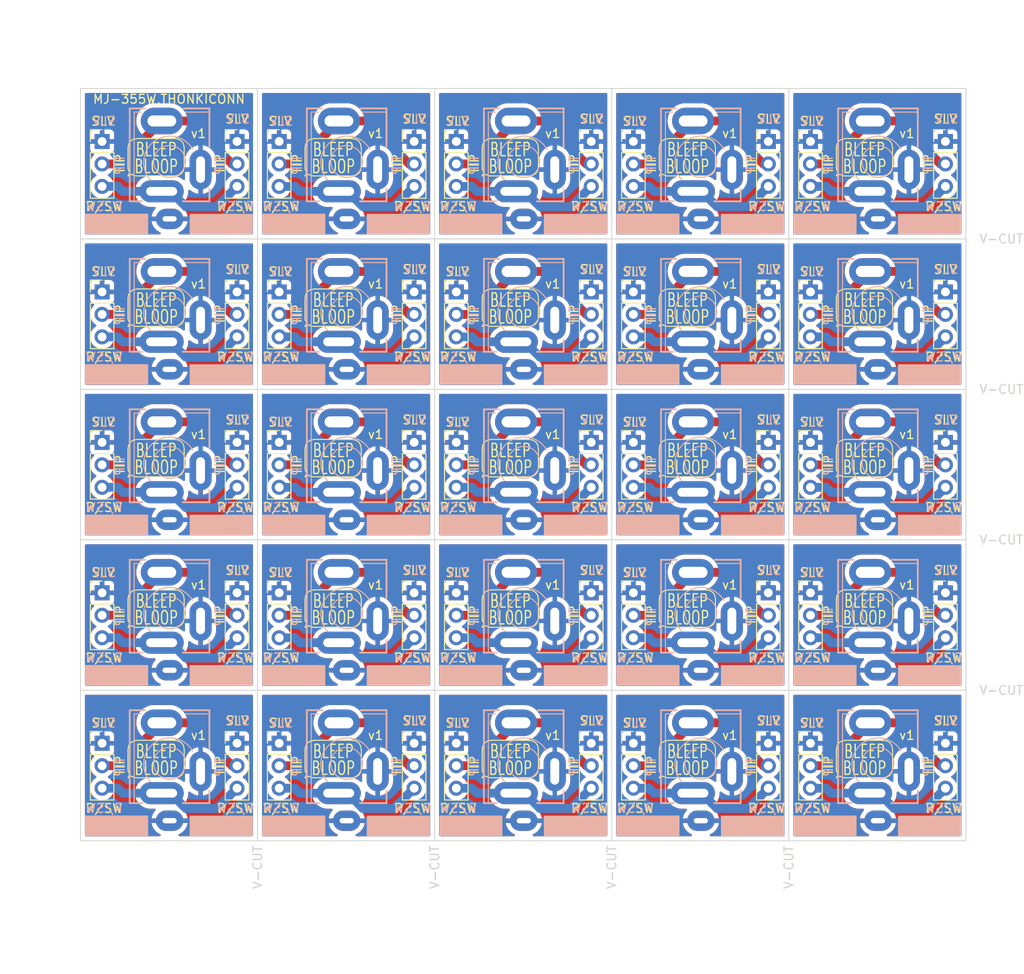
<source format=kicad_pcb>
(kicad_pcb (version 20211014) (generator pcbnew)
  (title_block (title "Audio Jack BOB") (date "2022-01-22") (rev "v1"))
  (layers (0 "F.Cu" signal) (31 "B.Cu" signal) (34 "B.Paste" user) (35 "F.Paste" user) (36 "B.SilkS" user "B.Silkscreen") (37 "F.SilkS" user "F.Silkscreen") (38 "B.Mask" user) (39 "F.Mask" user) (44 "Edge.Cuts" user))
  (net 0 "")
  (net 1 "GND")
  (net 2 "Net-(J2-PadT)")
  (net 3 "Net-(J2-PadTN)")
  (footprint "Connector_PinHeader_2.54mm:PinHeader_1x03_P2.54mm_Vertical" (layer "F.Cu") (at 183.55 124.032)
    (fp_text reference "J4" hide)
    (fp_text value "Conn_01x03")
  )
  (footprint "My Stuff:Logo1" (layer "F.Cu") (at 154.382 108.805)
    (fp_text reference "LOGO1" hide)
    (fp_text value "logo1" hide)
  )
  (footprint "Connector_PinHeader_2.54mm:PinHeader_1x03_P2.54mm_Vertical" (layer "F.Cu") (at 168.31 124.032)
    (fp_text reference "J3" hide)
    (fp_text value "Conn_01x03")
  )
  (footprint "My Stuff:Logo1" (layer "F.Cu") (at 154.382 125.805)
    (fp_text reference "LOGO1" hide)
    (fp_text value "logo1" hide)
  )
  (footprint "Connector_PinHeader_2.54mm:PinHeader_1x03_P2.54mm_Vertical" (layer "F.Cu") (at 103.55 124.032)
    (fp_text reference "J4" hide)
    (fp_text value "Conn_01x03")
  )
  (footprint "Connector_PinHeader_2.54mm:PinHeader_1x03_P2.54mm_Vertical" (layer "F.Cu") (at 123.55 90.032)
    (fp_text reference "J4" hide)
    (fp_text value "Conn_01x03")
  )
  (footprint "Connector_PinHeader_2.54mm:PinHeader_1x03_P2.54mm_Vertical" (layer "F.Cu") (at 148.31 90.032)
    (fp_text reference "J3" hide)
    (fp_text value "Conn_01x03")
  )
  (footprint "Connector_PinHeader_2.54mm:PinHeader_1x03_P2.54mm_Vertical" (layer "F.Cu") (at 163.55 124.032)
    (fp_text reference "J4" hide)
    (fp_text value "Conn_01x03")
  )
  (footprint "Connector_PinHeader_2.54mm:PinHeader_1x03_P2.54mm_Vertical" (layer "F.Cu") (at 183.55 56.032)
    (fp_text reference "J4" hide)
    (fp_text value "Conn_01x03")
  )
  (footprint "Connector_PinHeader_2.54mm:PinHeader_1x03_P2.54mm_Vertical" (layer "F.Cu") (at 143.55 73.032)
    (fp_text reference "J4" hide)
    (fp_text value "Conn_01x03")
  )
  (footprint "My Stuff:Logo1" (layer "F.Cu") (at 174.382 91.805)
    (fp_text reference "LOGO1" hide)
    (fp_text value "logo1" hide)
  )
  (footprint "Connector_PinHeader_2.54mm:PinHeader_1x03_P2.54mm_Vertical" (layer "F.Cu") (at 103.55 90.032)
    (fp_text reference "J4" hide)
    (fp_text value "Conn_01x03")
  )
  (footprint "My Stuff:Logo1" (layer "F.Cu") (at 94.382 74.805)
    (fp_text reference "LOGO1" hide)
    (fp_text value "logo1" hide)
  )
  (footprint "Connector_PinHeader_2.54mm:PinHeader_1x03_P2.54mm_Vertical" (layer "F.Cu") (at 148.31 107.032)
    (fp_text reference "J3" hide)
    (fp_text value "Conn_01x03")
  )
  (footprint "My Stuff:Logo1" (layer "F.Cu") (at 114.382 125.805)
    (fp_text reference "LOGO1" hide)
    (fp_text value "logo1" hide)
  )
  (footprint "My Stuff:Logo1" (layer "F.Cu") (at 94.382 108.805)
    (fp_text reference "LOGO1" hide)
    (fp_text value "logo1" hide)
  )
  (footprint "My Stuff:Logo1" (layer "F.Cu") (at 114.382 108.805)
    (fp_text reference "LOGO1" hide)
    (fp_text value "logo1" hide)
  )
  (footprint "My Stuff:Logo1" (layer "F.Cu") (at 174.382 108.805)
    (fp_text reference "LOGO1" hide)
    (fp_text value "logo1" hide)
  )
  (footprint "Connector_PinHeader_2.54mm:PinHeader_1x03_P2.54mm_Vertical" (layer "F.Cu") (at 163.55 56.032)
    (fp_text reference "J4" hide)
    (fp_text value "Conn_01x03")
  )
  (footprint "Connector_PinHeader_2.54mm:PinHeader_1x03_P2.54mm_Vertical" (layer "F.Cu") (at 128.31 73.032)
    (fp_text reference "J3" hide)
    (fp_text value "Conn_01x03")
  )
  (footprint "Connector_PinHeader_2.54mm:PinHeader_1x03_P2.54mm_Vertical" (layer "F.Cu") (at 88.31 107.032)
    (fp_text reference "J3" hide)
    (fp_text value "Conn_01x03")
  )
  (footprint "Connector_PinHeader_2.54mm:PinHeader_1x03_P2.54mm_Vertical" (layer "F.Cu") (at 183.55 73.032)
    (fp_text reference "J4" hide)
    (fp_text value "Conn_01x03")
  )
  (footprint "Connector_PinHeader_2.54mm:PinHeader_1x03_P2.54mm_Vertical" (layer "F.Cu") (at 143.55 107.032)
    (fp_text reference "J4" hide)
    (fp_text value "Conn_01x03")
  )
  (footprint "My Stuff:Logo1" (layer "F.Cu") (at 174.382 125.805)
    (fp_text reference "LOGO1" hide)
    (fp_text value "logo1" hide)
  )
  (footprint "My Stuff:Logo1" (layer "F.Cu") (at 134.382 108.805)
    (fp_text reference "LOGO1" hide)
    (fp_text value "logo1" hide)
  )
  (footprint "My Stuff:Logo1" (layer "F.Cu") (at 114.382 91.805)
    (fp_text reference "LOGO1" hide)
    (fp_text value "logo1" hide)
  )
  (footprint "Connector_PinHeader_2.54mm:PinHeader_1x03_P2.54mm_Vertical" (layer "F.Cu") (at 123.55 124.032)
    (fp_text reference "J4" hide)
    (fp_text value "Conn_01x03")
  )
  (footprint "My Stuff:Logo1" (layer "F.Cu") (at 114.382 74.805)
    (fp_text reference "LOGO1" hide)
    (fp_text value "logo1" hide)
  )
  (footprint "Connector_PinHeader_2.54mm:PinHeader_1x03_P2.54mm_Vertical" (layer "F.Cu") (at 103.55 56.032)
    (fp_text reference "J4" hide)
    (fp_text value "Conn_01x03")
  )
  (footprint "Connector_PinHeader_2.54mm:PinHeader_1x03_P2.54mm_Vertical" (layer "F.Cu") (at 143.55 124.032)
    (fp_text reference "J4" hide)
    (fp_text value "Conn_01x03")
  )
  (footprint "Connector_PinHeader_2.54mm:PinHeader_1x03_P2.54mm_Vertical" (layer "F.Cu") (at 183.55 107.032)
    (fp_text reference "J4" hide)
    (fp_text value "Conn_01x03")
  )
  (footprint "Connector_PinHeader_2.54mm:PinHeader_1x03_P2.54mm_Vertical" (layer "F.Cu") (at 103.55 107.032)
    (fp_text reference "J4" hide)
    (fp_text value "Conn_01x03")
  )
  (footprint "Connector_PinHeader_2.54mm:PinHeader_1x03_P2.54mm_Vertical" (layer "F.Cu") (at 168.31 73.032)
    (fp_text reference "J3" hide)
    (fp_text value "Conn_01x03")
  )
  (footprint "Connector_PinHeader_2.54mm:PinHeader_1x03_P2.54mm_Vertical" (layer "F.Cu") (at 143.55 56.032)
    (fp_text reference "J4" hide)
    (fp_text value "Conn_01x03")
  )
  (footprint "My Stuff:Logo1" (layer "F.Cu") (at 174.382 74.805)
    (fp_text reference "LOGO1" hide)
    (fp_text value "logo1" hide)
  )
  (footprint "My Stuff:Logo1" (layer "F.Cu") (at 134.382 74.805)
    (fp_text reference "LOGO1" hide)
    (fp_text value "logo1" hide)
  )
  (footprint "My Stuff:Logo1" (layer "F.Cu") (at 154.382 57.805)
    (fp_text reference "LOGO1" hide)
    (fp_text value "logo1" hide)
  )
  (footprint "My Stuff:Logo1" (layer "F.Cu") (at 94.382 57.805)
    (fp_text reference "LOGO1" hide)
    (fp_text value "logo1" hide)
  )
  (footprint "Connector_PinHeader_2.54mm:PinHeader_1x03_P2.54mm_Vertical" (layer "F.Cu") (at 128.31 56.032)
    (fp_text reference "J3" hide)
    (fp_text value "Conn_01x03")
  )
  (footprint "My Stuff:Logo1" (layer "F.Cu") (at 134.382 91.805)
    (fp_text reference "LOGO1" hide)
    (fp_text value "logo1" hide)
  )
  (footprint "Connector_PinHeader_2.54mm:PinHeader_1x03_P2.54mm_Vertical" (layer "F.Cu") (at 88.31 56.032)
    (fp_text reference "J3" hide)
    (fp_text value "Conn_01x03")
  )
  (footprint "Connector_PinHeader_2.54mm:PinHeader_1x03_P2.54mm_Vertical" (layer "F.Cu") (at 123.55 107.032)
    (fp_text reference "J4" hide)
    (fp_text value "Conn_01x03")
  )
  (footprint "Connector_PinHeader_2.54mm:PinHeader_1x03_P2.54mm_Vertical" (layer "F.Cu") (at 108.31 107.032)
    (fp_text reference "J3" hide)
    (fp_text value "Conn_01x03")
  )
  (footprint "Connector_PinHeader_2.54mm:PinHeader_1x03_P2.54mm_Vertical" (layer "F.Cu") (at 103.55 73.032)
    (fp_text reference "J4" hide)
    (fp_text value "Conn_01x03")
  )
  (footprint "Connector_PinHeader_2.54mm:PinHeader_1x03_P2.54mm_Vertical" (layer "F.Cu") (at 148.31 73.032)
    (fp_text reference "J3" hide)
    (fp_text value "Conn_01x03")
  )
  (footprint "Connector_PinHeader_2.54mm:PinHeader_1x03_P2.54mm_Vertical" (layer "F.Cu") (at 88.31 73.032)
    (fp_text reference "J3" hide)
    (fp_text value "Conn_01x03")
  )
  (footprint "My Stuff:Logo1" (layer "F.Cu") (at 94.382 125.805)
    (fp_text reference "LOGO1" hide)
    (fp_text value "logo1" hide)
  )
  (footprint "Connector_PinHeader_2.54mm:PinHeader_1x03_P2.54mm_Vertical" (layer "F.Cu") (at 148.31 124.032)
    (fp_text reference "J3" hide)
    (fp_text value "Conn_01x03")
  )
  (footprint "Connector_PinHeader_2.54mm:PinHeader_1x03_P2.54mm_Vertical" (layer "F.Cu") (at 163.55 107.032)
    (fp_text reference "J4" hide)
    (fp_text value "Conn_01x03")
  )
  (footprint "Connector_PinHeader_2.54mm:PinHeader_1x03_P2.54mm_Vertical" (layer "F.Cu") (at 108.31 56.032)
    (fp_text reference "J3" hide)
    (fp_text value "Conn_01x03")
  )
  (footprint "Connector_PinHeader_2.54mm:PinHeader_1x03_P2.54mm_Vertical" (layer "F.Cu") (at 128.31 124.032)
    (fp_text reference "J3" hide)
    (fp_text value "Conn_01x03")
  )
  (footprint "Connector_PinHeader_2.54mm:PinHeader_1x03_P2.54mm_Vertical" (layer "F.Cu") (at 88.31 90.032)
    (fp_text reference "J3" hide)
    (fp_text value "Conn_01x03")
  )
  (footprint "My Stuff:Logo1" (layer "F.Cu") (at 174.382 57.805)
    (fp_text reference "LOGO1" hide)
    (fp_text value "logo1" hide)
  )
  (footprint "My Stuff:Logo1" (layer "F.Cu") (at 154.382 74.805)
    (fp_text reference "LOGO1" hide)
    (fp_text value "logo1" hide)
  )
  (footprint "My Stuff:Logo1" (layer "F.Cu") (at 114.382 57.805)
    (fp_text reference "LOGO1" hide)
    (fp_text value "logo1" hide)
  )
  (footprint "Connector_PinHeader_2.54mm:PinHeader_1x03_P2.54mm_Vertical" (layer "F.Cu") (at 108.31 90.032)
    (fp_text reference "J3" hide)
    (fp_text value "Conn_01x03")
  )
  (footprint "Connector_PinHeader_2.54mm:PinHeader_1x03_P2.54mm_Vertical" (layer "F.Cu") (at 163.55 73.032)
    (fp_text reference "J4" hide)
    (fp_text value "Conn_01x03")
  )
  (footprint "Connector_PinHeader_2.54mm:PinHeader_1x03_P2.54mm_Vertical" (layer "F.Cu") (at 183.55 90.032)
    (fp_text reference "J4" hide)
    (fp_text value "Conn_01x03")
  )
  (footprint "Connector_PinHeader_2.54mm:PinHeader_1x03_P2.54mm_Vertical" (layer "F.Cu") (at 108.31 124.032)
    (fp_text reference "J3" hide)
    (fp_text value "Conn_01x03")
  )
  (footprint "Connector_PinHeader_2.54mm:PinHeader_1x03_P2.54mm_Vertical" (layer "F.Cu") (at 88.31 124.032)
    (fp_text reference "J3" hide)
    (fp_text value "Conn_01x03")
  )
  (footprint "Connector_PinHeader_2.54mm:PinHeader_1x03_P2.54mm_Vertical" (layer "F.Cu") (at 148.31 56.032)
    (fp_text reference "J3" hide)
    (fp_text value "Conn_01x03")
  )
  (footprint "Connector_PinHeader_2.54mm:PinHeader_1x03_P2.54mm_Vertical" (layer "F.Cu") (at 108.31 73.032)
    (fp_text reference "J3" hide)
    (fp_text value "Conn_01x03")
  )
  (footprint "Connector_PinHeader_2.54mm:PinHeader_1x03_P2.54mm_Vertical" (layer "F.Cu") (at 128.31 90.032)
    (fp_text reference "J3" hide)
    (fp_text value "Conn_01x03")
  )
  (footprint "Connector_PinHeader_2.54mm:PinHeader_1x03_P2.54mm_Vertical" (layer "F.Cu") (at 168.31 90.032)
    (fp_text reference "J3" hide)
    (fp_text value "Conn_01x03")
  )
  (footprint "My Stuff:Logo1" (layer "F.Cu") (at 94.382 91.805)
    (fp_text reference "LOGO1" hide)
    (fp_text value "logo1" hide)
  )
  (footprint "My Stuff:Logo1" (layer "F.Cu") (at 154.382 91.805)
    (fp_text reference "LOGO1" hide)
    (fp_text value "logo1" hide)
  )
  (footprint "My Stuff:Logo1" (layer "F.Cu") (at 134.382 125.805)
    (fp_text reference "LOGO1" hide)
    (fp_text value "logo1" hide)
  )
  (footprint "Connector_PinHeader_2.54mm:PinHeader_1x03_P2.54mm_Vertical" (layer "F.Cu") (at 168.31 107.032)
    (fp_text reference "J3" hide)
    (fp_text value "Conn_01x03")
  )
  (footprint "Connector_PinHeader_2.54mm:PinHeader_1x03_P2.54mm_Vertical" (layer "F.Cu") (at 128.31 107.032)
    (fp_text reference "J3" hide)
    (fp_text value "Conn_01x03")
  )
  (footprint "Connector_PinHeader_2.54mm:PinHeader_1x03_P2.54mm_Vertical" (layer "F.Cu") (at 123.55 56.032)
    (fp_text reference "J4" hide)
    (fp_text value "Conn_01x03")
  )
  (footprint "Connector_PinHeader_2.54mm:PinHeader_1x03_P2.54mm_Vertical" (layer "F.Cu") (at 168.31 56.032)
    (fp_text reference "J3" hide)
    (fp_text value "Conn_01x03")
  )
  (footprint "My Stuff:Logo1" (layer "F.Cu") (at 134.382 57.805)
    (fp_text reference "LOGO1" hide)
    (fp_text value "logo1" hide)
  )
  (footprint "Connector_PinHeader_2.54mm:PinHeader_1x03_P2.54mm_Vertical" (layer "F.Cu") (at 143.55 90.032)
    (fp_text reference "J4" hide)
    (fp_text value "Conn_01x03")
  )
  (footprint "Connector_PinHeader_2.54mm:PinHeader_1x03_P2.54mm_Vertical" (layer "F.Cu") (at 163.55 90.032)
    (fp_text reference "J4" hide)
    (fp_text value "Conn_01x03")
  )
  (footprint "Connector_PinHeader_2.54mm:PinHeader_1x03_P2.54mm_Vertical" (layer "F.Cu") (at 123.55 73.032)
    (fp_text reference "J4" hide)
    (fp_text value "Conn_01x03")
  )
  (footprint "My Stuff:Jack_3.5mm_MJ-355W_and_PJ398SM_Vertical" (layer "B.Cu") (at 135.93 92.318 180)
    (fp_text reference "J2" hide)
    (fp_text value "AudioJack2_SwitchT" hide)
  )
  (footprint "My Stuff:Jack_3.5mm_MJ-355W_and_PJ398SM_Vertical" (layer "B.Cu") (at 155.93 58.318 180)
    (fp_text reference "J2" hide)
    (fp_text value "AudioJack2_SwitchT" hide)
  )
  (footprint "My Stuff:Jack_3.5mm_MJ-355W_and_PJ398SM_Vertical" (layer "B.Cu") (at 95.93 126.318 180)
    (fp_text reference "J2" hide)
    (fp_text value "AudioJack2_SwitchT" hide)
  )
  (footprint "My Stuff:Jack_3.5mm_MJ-355W_and_PJ398SM_Vertical" (layer "B.Cu") (at 135.93 109.318 180)
    (fp_text reference "J2" hide)
    (fp_text value "AudioJack2_SwitchT" hide)
  )
  (footprint "My Stuff:Jack_3.5mm_MJ-355W_and_PJ398SM_Vertical" (layer "B.Cu") (at 135.93 126.318 180)
    (fp_text reference "J2" hide)
    (fp_text value "AudioJack2_SwitchT" hide)
  )
  (footprint "My Stuff:Jack_3.5mm_MJ-355W_and_PJ398SM_Vertical" (layer "B.Cu") (at 175.93 75.318 180)
    (fp_text reference "J2" hide)
    (fp_text value "AudioJack2_SwitchT" hide)
  )
  (footprint "My Stuff:Jack_3.5mm_MJ-355W_and_PJ398SM_Vertical" (layer "B.Cu") (at 155.93 126.318 180)
    (fp_text reference "J2" hide)
    (fp_text value "AudioJack2_SwitchT" hide)
  )
  (footprint "My Stuff:Jack_3.5mm_MJ-355W_and_PJ398SM_Vertical" (layer "B.Cu") (at 175.93 109.318 180)
    (fp_text reference "J2" hide)
    (fp_text value "AudioJack2_SwitchT" hide)
  )
  (footprint "My Stuff:Jack_3.5mm_MJ-355W_and_PJ398SM_Vertical" (layer "B.Cu") (at 135.93 58.318 180)
    (fp_text reference "J2" hide)
    (fp_text value "AudioJack2_SwitchT" hide)
  )
  (footprint "My Stuff:Jack_3.5mm_MJ-355W_and_PJ398SM_Vertical" (layer "B.Cu") (at 115.93 75.318 180)
    (fp_text reference "J2" hide)
    (fp_text value "AudioJack2_SwitchT" hide)
  )
  (footprint "My Stuff:Jack_3.5mm_MJ-355W_and_PJ398SM_Vertical" (layer "B.Cu") (at 95.93 75.318 180)
    (fp_text reference "J2" hide)
    (fp_text value "AudioJack2_SwitchT" hide)
  )
  (footprint "My Stuff:Jack_3.5mm_MJ-355W_and_PJ398SM_Vertical" (layer "B.Cu") (at 115.93 92.318 180)
    (fp_text reference "J2" hide)
    (fp_text value "AudioJack2_SwitchT" hide)
  )
  (footprint "My Stuff:Jack_3.5mm_MJ-355W_and_PJ398SM_Vertical" (layer "B.Cu") (at 155.93 109.318 180)
    (fp_text reference "J2" hide)
    (fp_text value "AudioJack2_SwitchT" hide)
  )
  (footprint "My Stuff:Jack_3.5mm_MJ-355W_and_PJ398SM_Vertical" (layer "B.Cu") (at 115.93 126.318 180)
    (fp_text reference "J2" hide)
    (fp_text value "AudioJack2_SwitchT" hide)
  )
  (footprint "My Stuff:Jack_3.5mm_MJ-355W_and_PJ398SM_Vertical" (layer "B.Cu") (at 95.93 92.318 180)
    (fp_text reference "J2" hide)
    (fp_text value "AudioJack2_SwitchT" hide)
  )
  (footprint "My Stuff:Jack_3.5mm_MJ-355W_and_PJ398SM_Vertical" (layer "B.Cu") (at 115.93 58.318 180)
    (fp_text reference "J2" hide)
    (fp_text value "AudioJack2_SwitchT" hide)
  )
  (footprint "My Stuff:Jack_3.5mm_MJ-355W_and_PJ398SM_Vertical" (layer "B.Cu") (at 155.93 92.318 180)
    (fp_text reference "J2" hide)
    (fp_text value "AudioJack2_SwitchT" hide)
  )
  (footprint "My Stuff:Jack_3.5mm_MJ-355W_and_PJ398SM_Vertical" (layer "B.Cu") (at 175.93 58.318 180)
    (fp_text reference "J2" hide)
    (fp_text value "AudioJack2_SwitchT" hide)
  )
  (footprint "My Stuff:Jack_3.5mm_MJ-355W_and_PJ398SM_Vertical" (layer "B.Cu") (at 95.93 109.318 180)
    (fp_text reference "J2" hide)
    (fp_text value "AudioJack2_SwitchT" hide)
  )
  (footprint "My Stuff:Jack_3.5mm_MJ-355W_and_PJ398SM_Vertical" (layer "B.Cu") (at 135.93 75.318 180)
    (fp_text reference "J2" hide)
    (fp_text value "AudioJack2_SwitchT" hide)
  )
  (footprint "My Stuff:Jack_3.5mm_MJ-355W_and_PJ398SM_Vertical" (layer "B.Cu") (at 115.93 109.318 180)
    (fp_text reference "J2" hide)
    (fp_text value "AudioJack2_SwitchT" hide)
  )
  (footprint "My Stuff:Jack_3.5mm_MJ-355W_and_PJ398SM_Vertical" (layer "B.Cu") (at 95.93 58.318 180)
    (fp_text reference "J2" hide)
    (fp_text value "AudioJack2_SwitchT" hide)
  )
  (footprint "My Stuff:Jack_3.5mm_MJ-355W_and_PJ398SM_Vertical" (layer "B.Cu") (at 175.93 126.318 180)
    (fp_text reference "J2" hide)
    (fp_text value "AudioJack2_SwitchT" hide)
  )
  (footprint "My Stuff:Jack_3.5mm_MJ-355W_and_PJ398SM_Vertical" (layer "B.Cu") (at 155.93 75.318 180)
    (fp_text reference "J2" hide)
    (fp_text value "AudioJack2_SwitchT" hide)
  )
  (footprint "My Stuff:Jack_3.5mm_MJ-355W_and_PJ398SM_Vertical" (layer "B.Cu") (at 175.93 92.318 180)
    (fp_text reference "J2" hide)
    (fp_text value "AudioJack2_SwitchT" hide)
  )
  (gr_rect (start 118.274 64.286) (end 125.254 66.446) (layer "B.SilkS") (width 0.15) (fill solid))
  (gr_rect (start 126.464 115.266) (end 133.444 117.426) (layer "B.SilkS") (width 0.15) (fill solid))
  (gr_rect (start 138.274 132.286) (end 145.254 134.446) (layer "B.SilkS") (width 0.15) (fill solid))
  (gr_rect (start 166.464 64.266) (end 173.444 66.426) (layer "B.SilkS") (width 0.15) (fill solid))
  (gr_rect (start 138.274 98.286) (end 145.254 100.446) (layer "B.SilkS") (width 0.15) (fill solid))
  (gr_rect (start 106.464 98.266) (end 113.444 100.426) (layer "B.SilkS") (width 0.15) (fill solid))
  (gr_rect (start 98.274 98.286) (end 105.254 100.446) (layer "B.SilkS") (width 0.15) (fill solid))
  (gr_rect (start 86.464 115.266) (end 93.444 117.426) (layer "B.SilkS") (width 0.15) (fill solid))
  (gr_rect (start 178.274 98.286) (end 185.254 100.446) (layer "B.SilkS") (width 0.15) (fill solid))
  (gr_rect (start 86.464 81.266) (end 93.444 83.426) (layer "B.SilkS") (width 0.15) (fill solid))
  (gr_rect (start 158.274 115.286) (end 165.254 117.446) (layer "B.SilkS") (width 0.15) (fill solid))
  (gr_rect (start 158.274 98.286) (end 165.254 100.446) (layer "B.SilkS") (width 0.15) (fill solid))
  (gr_rect (start 86.464 64.266) (end 93.444 66.426) (layer "B.SilkS") (width 0.15) (fill solid))
  (gr_rect (start 86.464 132.266) (end 93.444 134.426) (layer "B.SilkS") (width 0.15) (fill solid))
  (gr_rect (start 106.464 64.266) (end 113.444 66.426) (layer "B.SilkS") (width 0.15) (fill solid))
  (gr_rect (start 118.274 115.286) (end 125.254 117.446) (layer "B.SilkS") (width 0.15) (fill solid))
  (gr_rect (start 166.464 98.266) (end 173.444 100.426) (layer "B.SilkS") (width 0.15) (fill solid))
  (gr_rect (start 178.274 64.286) (end 185.254 66.446) (layer "B.SilkS") (width 0.15) (fill solid))
  (gr_rect (start 146.464 132.266) (end 153.444 134.426) (layer "B.SilkS") (width 0.15) (fill solid))
  (gr_rect (start 126.464 132.266) (end 133.444 134.426) (layer "B.SilkS") (width 0.15) (fill solid))
  (gr_rect (start 178.274 132.286) (end 185.254 134.446) (layer "B.SilkS") (width 0.15) (fill solid))
  (gr_rect (start 146.464 115.266) (end 153.444 117.426) (layer "B.SilkS") (width 0.15) (fill solid))
  (gr_rect (start 158.274 132.286) (end 165.254 134.446) (layer "B.SilkS") (width 0.15) (fill solid))
  (gr_rect (start 146.464 81.266) (end 153.444 83.426) (layer "B.SilkS") (width 0.15) (fill solid))
  (gr_rect (start 166.464 132.266) (end 173.444 134.426) (layer "B.SilkS") (width 0.15) (fill solid))
  (gr_rect (start 126.464 64.266) (end 133.444 66.426) (layer "B.SilkS") (width 0.15) (fill solid))
  (gr_rect (start 146.464 98.266) (end 153.444 100.426) (layer "B.SilkS") (width 0.15) (fill solid))
  (gr_rect (start 98.274 115.286) (end 105.254 117.446) (layer "B.SilkS") (width 0.15) (fill solid))
  (gr_rect (start 106.464 132.266) (end 113.444 134.426) (layer "B.SilkS") (width 0.15) (fill solid))
  (gr_rect (start 178.274 115.286) (end 185.254 117.446) (layer "B.SilkS") (width 0.15) (fill solid))
  (gr_rect (start 118.274 81.286) (end 125.254 83.446) (layer "B.SilkS") (width 0.15) (fill solid))
  (gr_rect (start 126.464 98.266) (end 133.444 100.426) (layer "B.SilkS") (width 0.15) (fill solid))
  (gr_rect (start 138.274 81.286) (end 145.254 83.446) (layer "B.SilkS") (width 0.15) (fill solid))
  (gr_rect (start 138.274 64.286) (end 145.254 66.446) (layer "B.SilkS") (width 0.15) (fill solid))
  (gr_rect (start 98.274 81.286) (end 105.254 83.446) (layer "B.SilkS") (width 0.15) (fill solid))
  (gr_rect (start 86.464 98.266) (end 93.444 100.426) (layer "B.SilkS") (width 0.15) (fill solid))
  (gr_rect (start 178.274 81.286) (end 185.254 83.446) (layer "B.SilkS") (width 0.15) (fill solid))
  (gr_rect (start 98.274 64.286) (end 105.254 66.446) (layer "B.SilkS") (width 0.15) (fill solid))
  (gr_rect (start 106.464 115.266) (end 113.444 117.426) (layer "B.SilkS") (width 0.15) (fill solid))
  (gr_rect (start 118.274 98.286) (end 125.254 100.446) (layer "B.SilkS") (width 0.15) (fill solid))
  (gr_rect (start 158.274 81.286) (end 165.254 83.446) (layer "B.SilkS") (width 0.15) (fill solid))
  (gr_rect (start 126.464 81.266) (end 133.444 83.426) (layer "B.SilkS") (width 0.15) (fill solid))
  (gr_rect (start 166.464 115.266) (end 173.444 117.426) (layer "B.SilkS") (width 0.15) (fill solid))
  (gr_rect (start 106.464 81.266) (end 113.444 83.426) (layer "B.SilkS") (width 0.15) (fill solid))
  (gr_rect (start 98.274 132.286) (end 105.254 134.446) (layer "B.SilkS") (width 0.15) (fill solid))
  (gr_rect (start 158.274 64.286) (end 165.254 66.446) (layer "B.SilkS") (width 0.15) (fill solid))
  (gr_rect (start 146.464 64.266) (end 153.444 66.426) (layer "B.SilkS") (width 0.15) (fill solid))
  (gr_rect (start 118.274 132.286) (end 125.254 134.446) (layer "B.SilkS") (width 0.15) (fill solid))
  (gr_rect (start 138.274 115.286) (end 145.254 117.446) (layer "B.SilkS") (width 0.15) (fill solid))
  (gr_rect (start 166.464 81.266) (end 173.444 83.426) (layer "B.SilkS") (width 0.15) (fill solid))
  (gr_line (start 165.864 50.046) (end 165.864 135.046) (layer "Edge.Cuts") (width 0.1))
  (gr_line (start 125.864 50.046) (end 125.864 135.046) (layer "Edge.Cuts") (width 0.1))
  (gr_line (start 105.864 50.046) (end 105.864 135.046) (layer "Edge.Cuts") (width 0.1))
  (gr_rect (start 185.864 50.046) (end 85.864 135.046) (layer "Edge.Cuts") (width 0.1) (fill none))
  (gr_line (start 85.864 67.046) (end 185.864 67.046) (layer "Edge.Cuts") (width 0.1))
  (gr_line (start 85.864 118.046) (end 185.864 118.046) (layer "Edge.Cuts") (width 0.1))
  (gr_line (start 85.864 84.046) (end 185.864 84.046) (layer "Edge.Cuts") (width 0.1))
  (gr_line (start 85.864 101.046) (end 185.864 101.046) (layer "Edge.Cuts") (width 0.1))
  (gr_line (start 145.864 50.046) (end 145.864 135.046) (layer "Edge.Cuts") (width 0.1))
  (gr_text "TIP\n" (at 110.342 126.675238 90) (layer "B.SilkS") (effects (font (size 1 1)) (justify mirror)))
  (gr_text "SLV" (at 128.564 70.746) (layer "B.SilkS") (effects (font (size 1 1)) (justify mirror)))
  (gr_text "TIP\n" (at 161.6 109.682 90) (layer "B.SilkS") (effects (font (size 1 1)) (justify mirror)))
  (gr_text "TIP\n" (at 130.342 58.675238 90) (layer "B.SilkS") (effects (font (size 1 1)) (justify mirror)))
  (gr_text "R/SW" (at 103.36 80.382) (layer "B.SilkS") (effects (font (size 1 1)) (justify mirror)))
  (gr_text "R/SW" (at 128.535 114.382) (layer "B.SilkS") (effects (font (size 1 1)) (justify mirror)))
  (gr_text "TIP\n" (at 110.342 92.675238 90) (layer "B.SilkS") (effects (font (size 1 1)) (justify mirror)))
  (gr_text "SLV" (at 123.700762 121.492) (layer "B.SilkS") (effects (font (size 1 1)) (justify mirror)))
  (gr_text "SLV" (at 148.564 104.746) (layer "B.SilkS") (effects (font (size 1 1)) (justify mirror)))
  (gr_text "TIP\n" (at 150.342 109.675238 90) (layer "B.SilkS") (effects (font (size 1 1)) (justify mirror)))
  (gr_text "SLV" (at 143.700762 104.492) (layer "B.SilkS") (effects (font (size 1 1)) (justify mirror)))
  (gr_text "SLV" (at 183.700762 53.492) (layer "B.SilkS") (effects (font (size 1 1)) (justify mirror)))
  (gr_text "SLV" (at 103.700762 104.492) (layer "B.SilkS") (effects (font (size 1 1)) (justify mirror)))
  (gr_text "R/SW" (at 163.36 114.382) (layer "B.SilkS") (effects (font (size 1 1)) (justify mirror)))
  (gr_text "R/SW" (at 143.36 63.382) (layer "B.SilkS") (effects (font (size 1 1)) (justify mirror)))
  (gr_text "R/SW" (at 148.535 63.382) (layer "B.SilkS") (effects (font (size 1 1)) (justify mirror)))
  (gr_text "R/SW" (at 88.535 131.382) (layer "B.SilkS") (effects (font (size 1 1)) (justify mirror)))
  (gr_text "R/SW" (at 148.535 131.382) (layer "B.SilkS") (effects (font (size 1 1)) (justify mirror)))
  (gr_text "SLV" (at 88.564 121.746) (layer "B.SilkS") (effects (font (size 1 1)) (justify mirror)))
  (gr_text "SLV" (at 163.700762 53.492) (layer "B.SilkS") (effects (font (size 1 1)) (justify mirror)))
  (gr_text "TIP\n" (at 110.342 109.675238 90) (layer "B.SilkS") (effects (font (size 1 1)) (justify mirror)))
  (gr_text "R/SW" (at 143.36 80.382) (layer "B.SilkS") (effects (font (size 1 1)) (justify mirror)))
  (gr_text "TIP\n" (at 150.342 92.675238 90) (layer "B.SilkS") (effects (font (size 1 1)) (justify mirror)))
  (gr_text "SLV" (at 123.700762 53.492) (layer "B.SilkS") (effects (font (size 1 1)) (justify mirror)))
  (gr_text "SLV" (at 123.700762 87.492) (layer "B.SilkS") (effects (font (size 1 1)) (justify mirror)))
  (gr_text "SLV" (at 123.700762 70.492) (layer "B.SilkS") (effects (font (size 1 1)) (justify mirror)))
  (gr_text "R/SW" (at 128.535 131.382) (layer "B.SilkS") (effects (font (size 1 1)) (justify mirror)))
  (gr_text "TIP\n" (at 170.342 126.675238 90) (layer "B.SilkS") (effects (font (size 1 1)) (justify mirror)))
  (gr_text "SLV" (at 168.564 87.746) (layer "B.SilkS") (effects (font (size 1 1)) (justify mirror)))
  (gr_text "R/SW" (at 163.36 131.382) (layer "B.SilkS") (effects (font (size 1 1)) (justify mirror)))
  (gr_text "SLV" (at 128.564 87.746) (layer "B.SilkS") (effects (font (size 1 1)) (justify mirror)))
  (gr_text "TIP\n" (at 121.6 75.682 90) (layer "B.SilkS") (effects (font (size 1 1)) (justify mirror)))
  (gr_text "SLV" (at 168.564 53.746) (layer "B.SilkS") (effects (font (size 1 1)) (justify mirror)))
  (gr_text "R/SW" (at 148.535 114.382) (layer "B.SilkS") (effects (font (size 1 1)) (justify mirror)))
  (gr_text "TIP\n" (at 161.6 58.682 90) (layer "B.SilkS") (effects (font (size 1 1)) (justify mirror)))
  (gr_text "TIP\n" (at 181.6 58.682 90) (layer "B.SilkS") (effects (font (size 1 1)) (justify mirror)))
  (gr_text "SLV" (at 88.564 104.746) (layer "B.SilkS") (effects (font (size 1 1)) (justify mirror)))
  (gr_text "SLV" (at 103.700762 70.492) (layer "B.SilkS") (effects (font (size 1 1)) (justify mirror)))
  (gr_text "SLV" (at 108.564 87.746) (layer "B.SilkS") (effects (font (size 1 1)) (justify mirror)))
  (gr_text "R/SW" (at 103.36 114.382) (layer "B.SilkS") (effects (font (size 1 1)) (justify mirror)))
  (gr_text "TIP\n" (at 161.6 126.682 90) (layer "B.SilkS") (effects (font (size 1 1)) (justify mirror)))
  (gr_text "TIP\n" (at 150.342 126.675238 90) (layer "B.SilkS") (effects (font (size 1 1)) (justify mirror)))
  (gr_text "SLV" (at 163.700762 87.492) (layer "B.SilkS") (effects (font (size 1 1)) (justify mirror)))
  (gr_text "R/SW" (at 163.36 97.382) (layer "B.SilkS") (effects (font (size 1 1)) (justify mirror)))
  (gr_text "SLV" (at 88.564 87.746) (layer "B.SilkS") (effects (font (size 1 1)) (justify mirror)))
  (gr_text "R/SW" (at 143.36 97.382) (layer "B.SilkS") (effects (font (size 1 1)) (justify mirror)))
  (gr_text "TIP\n" (at 161.6 92.682 90) (layer "B.SilkS") (effects (font (size 1 1)) (justify mirror)))
  (gr_text "TIP\n" (at 90.342 109.675238 90) (layer "B.SilkS") (effects (font (size 1 1)) (justify mirror)))
  (gr_text "TIP\n" (at 121.6 126.682 90) (layer "B.SilkS") (effects (font (size 1 1)) (justify mirror)))
  (gr_text "SLV" (at 108.564 104.746) (layer "B.SilkS") (effects (font (size 1 1)) (justify mirror)))
  (gr_text "R/SW" (at 123.36 114.382) (layer "B.SilkS") (effects (font (size 1 1)) (justify mirror)))
  (gr_text "TIP\n" (at 181.6 126.682 90) (layer "B.SilkS") (effects (font (size 1 1)) (justify mirror)))
  (gr_text "SLV" (at 183.700762 121.492) (layer "B.SilkS") (effects (font (size 1 1)) (justify mirror)))
  (gr_text "SLV" (at 183.700762 70.492) (layer "B.SilkS") (effects (font (size 1 1)) (justify mirror)))
  (gr_text "R/SW" (at 88.535 80.382) (layer "B.SilkS") (effects (font (size 1 1)) (justify mirror)))
  (gr_text "R/SW" (at 108.535 80.382) (layer "B.SilkS") (effects (font (size 1 1)) (justify mirror)))
  (gr_text "R/SW" (at 183.36 131.382) (layer "B.SilkS") (effects (font (size 1 1)) (justify mirror)))
  (gr_text "TIP\n" (at 170.342 75.675238 90) (layer "B.SilkS") (effects (font (size 1 1)) (justify mirror)))
  (gr_text "SLV" (at 143.700762 70.492) (layer "B.SilkS") (effects (font (size 1 1)) (justify mirror)))
  (gr_text "R/SW" (at 123.36 131.382) (layer "B.SilkS") (effects (font (size 1 1)) (justify mirror)))
  (gr_text "R/SW" (at 183.36 80.382) (layer "B.SilkS") (effects (font (size 1 1)) (justify mirror)))
  (gr_text "TIP\n" (at 141.6 75.682 90) (layer "B.SilkS") (effects (font (size 1 1)) (justify mirror)))
  (gr_text "SLV" (at 88.564 53.746) (layer "B.SilkS") (effects (font (size 1 1)) (justify mirror)))
  (gr_text "TIP\n" (at 101.6 126.682 90) (layer "B.SilkS") (effects (font (size 1 1)) (justify mirror)))
  (gr_text "R/SW" (at 88.535 63.382) (layer "B.SilkS") (effects (font (size 1 1)) (justify mirror)))
  (gr_text "TIP\n" (at 101.6 92.682 90) (layer "B.SilkS") (effects (font (size 1 1)) (justify mirror)))
  (gr_text "SLV" (at 168.564 70.746) (layer "B.SilkS") (effects (font (size 1 1)) (justify mirror)))
  (gr_text "SLV" (at 143.700762 53.492) (layer "B.SilkS") (effects (font (size 1 1)) (justify mirror)))
  (gr_text "SLV" (at 168.564 104.746) (layer "B.SilkS") (effects (font (size 1 1)) (justify mirror)))
  (gr_text "SLV" (at 128.564 104.746) (layer "B.SilkS") (effects (font (size 1 1)) (justify mirror)))
  (gr_text "TIP\n" (at 130.342 92.675238 90) (layer "B.SilkS") (effects (font (size 1 1)) (justify mirror)))
  (gr_text "R/SW" (at 88.535 97.382) (layer "B.SilkS") (effects (font (size 1 1)) (justify mirror)))
  (gr_text "SLV" (at 163.700762 70.492) (layer "B.SilkS") (effects (font (size 1 1)) (justify mirror)))
  (gr_text "R/SW" (at 108.535 63.382) (layer "B.SilkS") (effects (font (size 1 1)) (justify mirror)))
  (gr_text "R/SW" (at 108.535 131.382) (layer "B.SilkS") (effects (font (size 1 1)) (justify mirror)))
  (gr_text "TIP\n" (at 121.6 58.682 90) (layer "B.SilkS") (effects (font (size 1 1)) (justify mirror)))
  (gr_text "TIP\n" (at 121.6 109.682 90) (layer "B.SilkS") (effects (font (size 1 1)) (justify mirror)))
  (gr_text "TIP\n" (at 181.6 109.682 90) (layer "B.SilkS") (effects (font (size 1 1)) (justify mirror)))
  (gr_text "R/SW" (at 123.36 97.382) (layer "B.SilkS") (effects (font (size 1 1)) (justify mirror)))
  (gr_text "SLV" (at 148.564 87.746) (layer "B.SilkS") (effects (font (size 1 1)) (justify mirror)))
  (gr_text "TIP\n" (at 141.6 109.682 90) (layer "B.SilkS") (effects (font (size 1 1)) (justify mirror)))
  (gr_text "SLV" (at 183.700762 104.492) (layer "B.SilkS") (effects (font (size 1 1)) (justify mirror)))
  (gr_text "TIP\n" (at 130.342 75.675238 90) (layer "B.SilkS") (effects (font (size 1 1)) (justify mirror)))
  (gr_text "TIP\n" (at 141.6 92.682 90) (layer "B.SilkS") (effects (font (size 1 1)) (justify mirror)))
  (gr_text "R/SW" (at 128.535 63.382) (layer "B.SilkS") (effects (font (size 1 1)) (justify mirror)))
  (gr_text "R/SW" (at 103.36 63.382) (layer "B.SilkS") (effects (font (size 1 1)) (justify mirror)))
  (gr_text "TIP\n" (at 141.6 58.682 90) (layer "B.SilkS") (effects (font (size 1 1)) (justify mirror)))
  (gr_text "R/SW" (at 168.535 131.382) (layer "B.SilkS") (effects (font (size 1 1)) (justify mirror)))
  (gr_text "R/SW" (at 108.535 114.382) (layer "B.SilkS") (effects (font (size 1 1)) (justify mirror)))
  (gr_text "SLV" (at 103.700762 53.492) (layer "B.SilkS") (effects (font (size 1 1)) (justify mirror)))
  (gr_text "SLV" (at 143.700762 121.492) (layer "B.SilkS") (effects (font (size 1 1)) (justify mirror)))
  (gr_text "TIP\n" (at 90.342 92.675238 90) (layer "B.SilkS") (effects (font (size 1 1)) (justify mirror)))
  (gr_text "TIP\n" (at 170.342 58.675238 90) (layer "B.SilkS") (effects (font (size 1 1)) (justify mirror)))
  (gr_text "SLV" (at 108.564 121.746) (layer "B.SilkS") (effects (font (size 1 1)) (justify mirror)))
  (gr_text "SLV" (at 143.700762 87.492) (layer "B.SilkS") (effects (font (size 1 1)) (justify mirror)))
  (gr_text "SLV" (at 183.700762 87.492) (layer "B.SilkS") (effects (font (size 1 1)) (justify mirror)))
  (gr_text "TIP\n" (at 161.6 75.682 90) (layer "B.SilkS") (effects (font (size 1 1)) (justify mirror)))
  (gr_text "TIP\n" (at 181.6 92.682 90) (layer "B.SilkS") (effects (font (size 1 1)) (justify mirror)))
  (gr_text "R/SW" (at 143.36 131.382) (layer "B.SilkS") (effects (font (size 1 1)) (justify mirror)))
  (gr_text "SLV" (at 108.564 53.746) (layer "B.SilkS") (effects (font (size 1 1)) (justify mirror)))
  (gr_text "SLV" (at 123.700762 104.492) (layer "B.SilkS") (effects (font (size 1 1)) (justify mirror)))
  (gr_text "TIP\n" (at 101.6 58.682 90) (layer "B.SilkS") (effects (font (size 1 1)) (justify mirror)))
  (gr_text "R/SW" (at 168.535 114.382) (layer "B.SilkS") (effects (font (size 1 1)) (justify mirror)))
  (gr_text "R/SW" (at 183.36 97.382) (layer "B.SilkS") (effects (font (size 1 1)) (justify mirror)))
  (gr_text "SLV" (at 148.564 70.746) (layer "B.SilkS") (effects (font (size 1 1)) (justify mirror)))
  (gr_text "TIP\n" (at 150.342 75.675238 90) (layer "B.SilkS") (effects (font (size 1 1)) (justify mirror)))
  (gr_text "SLV" (at 163.700762 121.492) (layer "B.SilkS") (effects (font (size 1 1)) (justify mirror)))
  (gr_text "R/SW" (at 168.535 63.382) (layer "B.SilkS") (effects (font (size 1 1)) (justify mirror)))
  (gr_text "R/SW" (at 123.36 63.382) (layer "B.SilkS") (effects (font (size 1 1)) (justify mirror)))
  (gr_text "R/SW" (at 128.535 97.382) (layer "B.SilkS") (effects (font (size 1 1)) (justify mirror)))
  (gr_text "SLV" (at 103.700762 87.492) (layer "B.SilkS") (effects (font (size 1 1)) (justify mirror)))
  (gr_text "TIP\n" (at 101.6 109.682 90) (layer "B.SilkS") (effects (font (size 1 1)) (justify mirror)))
  (gr_text "SLV" (at 163.700762 104.492) (layer "B.SilkS") (effects (font (size 1 1)) (justify mirror)))
  (gr_text "TIP\n" (at 121.6 92.682 90) (layer "B.SilkS") (effects (font (size 1 1)) (justify mirror)))
  (gr_text "SLV" (at 88.564 70.746) (layer "B.SilkS") (effects (font (size 1 1)) (justify mirror)))
  (gr_text "TIP\n" (at 90.342 126.675238 90) (layer "B.SilkS") (effects (font (size 1 1)) (justify mirror)))
  (gr_text "R/SW" (at 148.535 80.382) (layer "B.SilkS") (effects (font (size 1 1)) (justify mirror)))
  (gr_text "R/SW" (at 148.535 97.382) (layer "B.SilkS") (effects (font (size 1 1)) (justify mirror)))
  (gr_text "R/SW" (at 168.535 80.382) (layer "B.SilkS") (effects (font (size 1 1)) (justify mirror)))
  (gr_text "TIP\n" (at 130.342 126.675238 90) (layer "B.SilkS") (effects (font (size 1 1)) (justify mirror)))
  (gr_text "TIP\n" (at 181.6 75.682 90) (layer "B.SilkS") (effects (font (size 1 1)) (justify mirror)))
  (gr_text "TIP\n" (at 150.342 58.675238 90) (layer "B.SilkS") (effects (font (size 1 1)) (justify mirror)))
  (gr_text "R/SW" (at 143.36 114.382) (layer "B.SilkS") (effects (font (size 1 1)) (justify mirror)))
  (gr_text "R/SW" (at 183.36 114.382) (layer "B.SilkS") (effects (font (size 1 1)) (justify mirror)))
  (gr_text "SLV" (at 108.564 70.746) (layer "B.SilkS") (effects (font (size 1 1)) (justify mirror)))
  (gr_text "TIP\n" (at 130.342 109.675238 90) (layer "B.SilkS") (effects (font (size 1 1)) (justify mirror)))
  (gr_text "SLV" (at 128.564 121.746) (layer "B.SilkS") (effects (font (size 1 1)) (justify mirror)))
  (gr_text "R/SW" (at 103.36 131.382) (layer "B.SilkS") (effects (font (size 1 1)) (justify mirror)))
  (gr_text "TIP\n" (at 110.342 75.675238 90) (layer "B.SilkS") (effects (font (size 1 1)) (justify mirror)))
  (gr_text "TIP\n" (at 170.342 92.675238 90) (layer "B.SilkS") (effects (font (size 1 1)) (justify mirror)))
  (gr_text "SLV" (at 128.564 53.746) (layer "B.SilkS") (effects (font (size 1 1)) (justify mirror)))
  (gr_text "R/SW" (at 103.36 97.382) (layer "B.SilkS") (effects (font (size 1 1)) (justify mirror)))
  (gr_text "TIP\n" (at 90.342 58.675238 90) (layer "B.SilkS") (effects (font (size 1 1)) (justify mirror)))
  (gr_text "TIP\n" (at 170.342 109.675238 90) (layer "B.SilkS") (effects (font (size 1 1)) (justify mirror)))
  (gr_text "SLV" (at 103.700762 121.492) (layer "B.SilkS") (effects (font (size 1 1)) (justify mirror)))
  (gr_text "R/SW" (at 163.36 80.382) (layer "B.SilkS") (effects (font (size 1 1)) (justify mirror)))
  (gr_text "TIP\n" (at 141.6 126.682 90) (layer "B.SilkS") (effects (font (size 1 1)) (justify mirror)))
  (gr_text "TIP\n" (at 101.6 75.682 90) (layer "B.SilkS") (effects (font (size 1 1)) (justify mirror)))
  (gr_text "R/SW" (at 88.535 114.382) (layer "B.SilkS") (effects (font (size 1 1)) (justify mirror)))
  (gr_text "R/SW" (at 183.36 63.382) (layer "B.SilkS") (effects (font (size 1 1)) (justify mirror)))
  (gr_text "R/SW" (at 128.535 80.382) (layer "B.SilkS") (effects (font (size 1 1)) (justify mirror)))
  (gr_text "R/SW" (at 108.535 97.382) (layer "B.SilkS") (effects (font (size 1 1)) (justify mirror)))
  (gr_text "SLV" (at 148.564 121.746) (layer "B.SilkS") (effects (font (size 1 1)) (justify mirror)))
  (gr_text "SLV" (at 168.564 121.746) (layer "B.SilkS") (effects (font (size 1 1)) (justify mirror)))
  (gr_text "R/SW" (at 123.36 80.382) (layer "B.SilkS") (effects (font (size 1 1)) (justify mirror)))
  (gr_text "R/SW" (at 163.36 63.382) (layer "B.SilkS") (effects (font (size 1 1)) (justify mirror)))
  (gr_text "R/SW" (at 168.535 97.382) (layer "B.SilkS") (effects (font (size 1 1)) (justify mirror)))
  (gr_text "TIP\n" (at 90.342 75.675238 90) (layer "B.SilkS") (effects (font (size 1 1)) (justify mirror)))
  (gr_text "SLV" (at 148.564 53.746) (layer "B.SilkS") (effects (font (size 1 1)) (justify mirror)))
  (gr_text "TIP\n" (at 110.342 58.675238 90) (layer "B.SilkS") (effects (font (size 1 1)) (justify mirror)))
  (gr_text "Robot" (at 130.192 65.635) (layer "F.SilkS") (effects (font (size 1 1))))
  (gr_text "v1" (at 139.202 55.135) (layer "F.SilkS") (effects (font (size 1 1))))
  (gr_text "SLV" (at 183.55 70.492) (layer "F.SilkS") (effects (font (size 1 1))))
  (gr_text "v1" (at 119.202 106.135) (layer "F.SilkS") (effects (font (size 1 1))))
  (gr_text "TIP\n" (at 101.6 58.578762 90) (layer "F.SilkS") (effects (font (size 1 1))))
  (gr_text "SLV" (at 183.55 104.492) (layer "F.SilkS") (effects (font (size 1 1))))
  (gr_text "SLV" (at 108.413238 121.746) (layer "F.SilkS") (effects (font (size 1 1))))
  (gr_text "R/SW" (at 88.535 114.382) (layer "F.SilkS") (effects (font (size 1 1))))
  (gr_text "TIP\n" (at 181.6 75.578762 90) (layer "F.SilkS") (effects (font (size 1 1))))
  (gr_text "SLV" (at 123.55 53.492) (layer "F.SilkS") (effects (font (size 1 1))))
  (gr_text "Robot" (at 110.192 82.635) (layer "F.SilkS") (effects (font (size 1 1))))
  (gr_text "TIP\n" (at 90.342 126.572 90) (layer "F.SilkS") (effects (font (size 1 1))))
  (gr_text "Robot" (at 110.192 99.635) (layer "F.SilkS") (effects (font (size 1 1))))
  (gr_text "v1" (at 159.202 106.135) (layer "F.SilkS") (effects (font (size 1 1))))
  (gr_text "TIP\n" (at 161.6 58.578762 90) (layer "F.SilkS") (effects (font (size 1 1))))
  (gr_text "SLV" (at 183.55 121.492) (layer "F.SilkS") (effects (font (size 1 1))))
  (gr_text "SLV" (at 183.55 53.492) (layer "F.SilkS") (effects (font (size 1 1))))
  (gr_text "TIP\n" (at 121.6 109.578762 90) (layer "F.SilkS") (effects (font (size 1 1))))
  (gr_text "TIP\n" (at 90.342 58.572 90) (layer "F.SilkS") (effects (font (size 1 1))))
  (gr_text "SLV" (at 108.413238 104.746) (layer "F.SilkS") (effects (font (size 1 1))))
  (gr_text "Dialogs" (at 121.592 65.635) (layer "F.SilkS") (effects (font (size 1 1))))
  (gr_text "TIP\n" (at 110.342 75.572 90) (layer "F.SilkS") (effects (font (size 1 1))))
  (gr_text "R/SW" (at 163.36 97.382) (layer "F.SilkS") (effects (font (size 1 1))))
  (gr_text "SLV" (at 168.413238 87.746) (layer "F.SilkS") (effects (font (size 1 1))))
  (gr_text "SLV" (at 88.413238 104.746) (layer "F.SilkS") (effects (font (size 1 1))))
  (gr_text "SLV" (at 163.55 104.492) (layer "F.SilkS") (effects (font (size 1 1))))
  (gr_text "Dialogs" (at 101.592 133.635) (layer "F.SilkS") (effects (font (size 1 1))))
  (gr_text "TIP\n" (at 161.6 109.578762 90) (layer "F.SilkS") (effects (font (size 1 1))))
  (gr_text "Robot" (at 170.192 65.635) (layer "F.SilkS") (effects (font (size 1 1))))
  (gr_text "Robot" (at 90.192 99.635) (layer "F.SilkS") (effects (font (size 1 1))))
  (gr_text "TIP\n" (at 121.6 75.578762 90) (layer "F.SilkS") (effects (font (size 1 1))))
  (gr_text "v1" (at 179.202 89.135) (layer "F.SilkS") (effects (font (size 1 1))))
  (gr_text "R/SW" (at 108.535 97.382) (layer "F.SilkS") (effects (font (size 1 1))))
  (gr_text "v1" (at 119.202 72.135) (layer "F.SilkS") (effects (font (size 1 1))))
  (gr_text "Dialogs" (at 101.592 99.635) (layer "F.SilkS") (effects (font (size 1 1))))
  (gr_text "Dialogs" (at 161.592 82.635) (layer "F.SilkS") (effects (font (size 1 1))))
  (gr_text "Robot" (at 150.192 116.635) (layer "F.SilkS") (effects (font (size 1 1))))
  (gr_text "Dialogs" (at 181.592 65.635) (layer "F.SilkS") (effects (font (size 1 1))))
  (gr_text "v1" (at 159.202 72.135) (layer "F.SilkS") (effects (font (size 1 1))))
  (gr_text "R/SW" (at 148.535 97.382) (layer "F.SilkS") (effects (font (size 1 1))))
  (gr_text "TIP\n" (at 130.342 126.572 90) (layer "F.SilkS") (effects (font (size 1 1))))
  (gr_text "v1" (at 179.202 123.135) (layer "F.SilkS") (effects (font (size 1 1))))
  (gr_text "Robot" (at 150.192 65.635) (layer "F.SilkS") (effects (font (size 1 1))))
  (gr_text "TIP\n" (at 110.342 92.572 90) (layer "F.SilkS") (effects (font (size 1 1))))
  (gr_text "Robot" (at 90.192 65.635) (layer "F.SilkS") (effects (font (size 1 1))))
  (gr_text "R/SW" (at 108.535 114.382) (layer "F.SilkS") (effects (font (size 1 1))))
  (gr_text "R/SW" (at 183.36 131.382) (layer "F.SilkS") (effects (font (size 1 1))))
  (gr_text "SLV" (at 103.55 87.492) (layer "F.SilkS") (effects (font (size 1 1))))
  (gr_text "SLV" (at 143.55 87.492) (layer "F.SilkS") (effects (font (size 1 1))))
  (gr_text "SLV" (at 108.413238 70.746) (layer "F.SilkS") (effects (font (size 1 1))))
  (gr_text "TIP\n" (at 170.342 126.572 90) (layer "F.SilkS") (effects (font (size 1 1))))
  (gr_text "R/SW" (at 183.36 80.382) (layer "F.SilkS") (effects (font (size 1 1))))
  (gr_text "R/SW" (at 163.36 131.382) (layer "F.SilkS") (effects (font (size 1 1))))
  (gr_text "SLV" (at 128.413238 87.746) (layer "F.SilkS") (effects (font (size 1 1))))
  (gr_text "Dialogs" (at 181.592 133.635) (layer "F.SilkS") (effects (font (size 1 1))))
  (gr_text "v1" (at 159.202 89.135) (layer "F.SilkS") (effects (font (size 1 1))))
  (gr_text "Dialogs" (at 181.592 82.635) (layer "F.SilkS") (effects (font (size 1 1))))
  (gr_text "R/SW" (at 168.535 114.382) (layer "F.SilkS") (effects (font (size 1 1))))
  (gr_text "SLV" (at 168.413238 121.746) (layer "F.SilkS") (effects (font (size 1 1))))
  (gr_text "SLV" (at 88.413238 87.746) (layer "F.SilkS") (effects (font (size 1 1))))
  (gr_text "SLV" (at 168.413238 104.746) (layer "F.SilkS") (effects (font (size 1 1))))
  (gr_text "v1" (at 139.202 89.135) (layer "F.SilkS") (effects (font (size 1 1))))
  (gr_text "Dialogs" (at 141.592 133.635) (layer "F.SilkS") (effects (font (size 1 1))))
  (gr_text "SLV" (at 103.55 104.492) (layer "F.SilkS") (effects (font (size 1 1))))
  (gr_text "TIP\n" (at 150.342 92.572 90) (layer "F.SilkS") (effects (font (size 1 1))))
  (gr_text "v1" (at 99.202 89.135) (layer "F.SilkS") (effects (font (size 1 1))))
  (gr_text "TIP\n" (at 130.342 92.572 90) (layer "F.SilkS") (effects (font (size 1 1))))
  (gr_text "Robot" (at 130.192 99.635) (layer "F.SilkS") (effects (font (size 1 1))))
  (gr_text "v1" (at 179.202 72.135) (layer "F.SilkS") (effects (font (size 1 1))))
  (gr_text "Dialogs" (at 141.592 99.635) (layer "F.SilkS") (effects (font (size 1 1))))
  (gr_text "TIP\n" (at 90.342 75.572 90) (layer "F.SilkS") (effects (font (size 1 1))))
  (gr_text "v1" (at 119.202 123.135) (layer "F.SilkS") (effects (font (size 1 1))))
  (gr_text "Dialogs" (at 121.592 133.635) (layer "F.SilkS") (effects (font (size 1 1))))
  (gr_text "R/SW" (at 123.36 63.382) (layer "F.SilkS") (effects (font (size 1 1))))
  (gr_text "v1" (at 139.202 123.135) (layer "F.SilkS") (effects (font (size 1 1))))
  (gr_text "SLV" (at 183.55 87.492) (layer "F.SilkS") (effects (font (size 1 1))))
  (gr_text "R/SW" (at 143.36 97.382) (layer "F.SilkS") (effects (font (size 1 1))))
  (gr_text "Dialogs" (at 121.592 116.635) (layer "F.SilkS") (effects (font (size 1 1))))
  (gr_text "Robot" (at 150.192 133.635) (layer "F.SilkS") (effects (font (size 1 1))))
  (gr_text "R/SW" (at 128.535 80.382) (layer "F.SilkS") (effects (font (size 1 1))))
  (gr_text "v1" (at 99.202 123.135) (layer "F.SilkS") (effects (font (size 1 1))))
  (gr_text "TIP\n" (at 121.6 92.578762 90) (layer "F.SilkS") (effects (font (size 1 1))))
  (gr_text "v1" (at 179.202 106.135) (layer "F.SilkS") (effects (font (size 1 1))))
  (gr_text "Dialogs" (at 101.592 82.635) (layer "F.SilkS") (effects (font (size 1 1))))
  (gr_text "R/SW" (at 88.535 97.382) (layer "F.SilkS") (effects (font (size 1 1))))
  (gr_text "R/SW" (at 148.535 63.382) (layer "F.SilkS") (effects (font (size 1 1))))
  (gr_text "R/SW" (at 183.36 97.382) (layer "F.SilkS") (effects (font (size 1 1))))
  (gr_text "R/SW" (at 108.535 80.382) (layer "F.SilkS") (effects (font (size 1 1))))
  (gr_text "Robot" (at 110.192 116.635) (layer "F.SilkS") (effects (font (size 1 1))))
  (gr_text "SLV" (at 168.413238 70.746) (layer "F.SilkS") (effects (font (size 1 1))))
  (gr_text "SLV" (at 103.55 53.492) (layer "F.SilkS") (effects (font (size 1 1))))
  (gr_text "R/SW" (at 128.535 114.382) (layer "F.SilkS") (effects (font (size 1 1))))
  (gr_text "TIP\n" (at 121.6 126.578762 90) (layer "F.SilkS") (effects (font (size 1 1))))
  (gr_text "SLV" (at 148.413238 87.746) (layer "F.SilkS") (effects (font (size 1 1))))
  (gr_text "R/SW" (at 103.36 131.382) (layer "F.SilkS") (effects (font (size 1 1))))
  (gr_text "TIP\n" (at 110.342 109.572 90) (layer "F.SilkS") (effects (font (size 1 1))))
  (gr_text "TIP\n" (at 150.342 109.572 90) (layer "F.SilkS") (effects (font (size 1 1))))
  (gr_text "R/SW" (at 88.535 80.382) (layer "F.SilkS") (effects (font (size 1 1))))
  (gr_text "R/SW" (at 148.535 80.382) (layer "F.SilkS") (effects (font (size 1 1))))
  (gr_text "R/SW" (at 163.36 80.382) (layer "F.SilkS") (effects (font (size 1 1))))
  (gr_text "R/SW" (at 168.535 131.382) (layer "F.SilkS") (effects (font (size 1 1))))
  (gr_text "R/SW" (at 148.535 131.382) (layer "F.SilkS") (effects (font (size 1 1))))
  (gr_text "R/SW" (at 108.535 63.382) (layer "F.SilkS") (effects (font (size 1 1))))
  (gr_text "R/SW" (at 143.36 131.382) (layer "F.SilkS") (effects (font (size 1 1))))
  (gr_text "R/SW" (at 163.36 63.382) (layer "F.SilkS") (effects (font (size 1 1))))
  (gr_text "R/SW" (at 123.36 80.382) (layer "F.SilkS") (effects (font (size 1 1))))
  (gr_text "v1" (at 179.202 55.135) (layer "F.SilkS") (effects (font (size 1 1))))
  (gr_text "R/SW" (at 128.535 63.382) (layer "F.SilkS") (effects (font (size 1 1))))
  (gr_text "v1" (at 119.202 89.135) (layer "F.SilkS") (effects (font (size 1 1))))
  (gr_text "v1" (at 159.202 123.135) (layer "F.SilkS") (effects (font (size 1 1))))
  (gr_text "SLV" (at 103.55 121.492) (layer "F.SilkS") (effects (font (size 1 1))))
  (gr_text "SLV" (at 163.55 53.492) (layer "F.SilkS") (effects (font (size 1 1))))
  (gr_text "Dialogs" (at 161.592 133.635) (layer "F.SilkS") (effects (font (size 1 1))))
  (gr_text "SLV" (at 163.55 121.492) (layer "F.SilkS") (effects (font (size 1 1))))
  (gr_text "Robot" (at 110.192 65.635) (layer "F.SilkS") (effects (font (size 1 1))))
  (gr_text "SLV" (at 143.55 53.492) (layer "F.SilkS") (effects (font (size 1 1))))
  (gr_text "TIP\n" (at 170.342 58.572 90) (layer "F.SilkS") (effects (font (size 1 1))))
  (gr_text "SLV" (at 108.413238 53.746) (layer "F.SilkS") (effects (font (size 1 1))))
  (gr_text "Dialogs" (at 161.592 116.635) (layer "F.SilkS") (effects (font (size 1 1))))
  (gr_text "R/SW" (at 103.36 114.382) (layer "F.SilkS") (effects (font (size 1 1))))
  (gr_text "SLV" (at 123.55 104.492) (layer "F.SilkS") (effects (font (size 1 1))))
  (gr_text "TIP\n" (at 141.6 126.578762 90) (layer "F.SilkS") (effects (font (size 1 1))))
  (gr_text "Dialogs" (at 121.592 99.635) (layer "F.SilkS") (effects (font (size 1 1))))
  (gr_text "Dialogs" (at 181.592 116.635) (layer "F.SilkS") (effects (font (size 1 1))))
  (gr_text "TIP\n" (at 161.6 126.578762 90) (layer "F.SilkS") (effects (font (size 1 1))))
  (gr_text "TIP\n" (at 90.342 92.572 90) (layer "F.SilkS") (effects (font (size 1 1))))
  (gr_text "SLV" (at 88.413238 121.746) (layer "F.SilkS") (effects (font (size 1 1))))
  (gr_text "TIP\n" (at 101.6 126.578762 90) (layer "F.SilkS") (effects (font (size 1 1))))
  (gr_text "SLV" (at 88.413238 53.746) (layer "F.SilkS") (effects (font (size 1 1))))
  (gr_text "R/SW" (at 128.535 97.382) (layer "F.SilkS") (effects (font (size 1 1))))
  (gr_text "Robot" (at 90.192 82.635) (layer "F.SilkS") (effects (font (size 1 1))))
  (gr_text "R/SW" (at 88.535 63.382) (layer "F.SilkS") (effects (font (size 1 1))))
  (gr_text "SLV" (at 163.55 87.492) (layer "F.SilkS") (effects (font (size 1 1))))
  (gr_text "Robot" (at 170.192 133.635) (layer "F.SilkS") (effects (font (size 1 1))))
  (gr_text "R/SW" (at 143.36 63.382) (layer "F.SilkS") (effects (font (size 1 1))))
  (gr_text "TIP\n" (at 181.6 92.578762 90) (layer "F.SilkS") (effects (font (size 1 1))))
  (gr_text "SLV" (at 163.55 70.492) (layer "F.SilkS") (effects (font (size 1 1))))
  (gr_text "v1" (at 139.202 106.135) (layer "F.SilkS") (effects (font (size 1 1))))
  (gr_text "TIP\n" (at 170.342 92.572 90) (layer "F.SilkS") (effects (font (size 1 1))))
  (gr_text "SLV" (at 128.413238 121.746) (layer "F.SilkS") (effects (font (size 1 1))))
  (gr_text "Dialogs" (at 141.592 116.635) (layer "F.SilkS") (effects (font (size 1 1))))
  (gr_text "v1" (at 99.202 106.135) (layer "F.SilkS") (effects (font (size 1 1))))
  (gr_text "Dialogs" (at 161.592 99.635) (layer "F.SilkS") (effects (font (size 1 1))))
  (gr_text "R/SW" (at 123.36 114.382) (layer "F.SilkS") (effects (font (size 1 1))))
  (gr_text "SLV" (at 168.413238 53.746) (layer "F.SilkS") (effects (font (size 1 1))))
  (gr_text "TIP\n" (at 170.342 75.572 90) (layer "F.SilkS") (effects (font (size 1 1))))
  (gr_text "TIP\n" (at 101.6 75.578762 90) (layer "F.SilkS") (effects (font (size 1 1))))
  (gr_text "R/SW" (at 183.36 63.382) (layer "F.SilkS") (effects (font (size 1 1))))
  (gr_text "R/SW" (at 168.535 63.382) (layer "F.SilkS") (effects (font (size 1 1))))
  (gr_text "SLV" (at 148.413238 121.746) (layer "F.SilkS") (effects (font (size 1 1))))
  (gr_text "Robot" (at 170.192 116.635) (layer "F.SilkS") (effects (font (size 1 1))))
  (gr_text "SLV" (at 108.413238 87.746) (layer "F.SilkS") (effects (font (size 1 1))))
  (gr_text "Robot" (at 90.192 133.635) (layer "F.SilkS") (effects (font (size 1 1))))
  (gr_text "TIP\n" (at 181.6 109.578762 90) (layer "F.SilkS") (effects (font (size 1 1))))
  (gr_text "R/SW" (at 123.36 97.382) (layer "F.SilkS") (effects (font (size 1 1))))
  (gr_text "SLV" (at 128.413238 70.746) (layer "F.SilkS") (effects (font (size 1 1))))
  (gr_text "SLV" (at 148.413238 53.746) (layer "F.SilkS") (effects (font (size 1 1))))
  (gr_text "R/SW" (at 108.535 131.382) (layer "F.SilkS") (effects (font (size 1 1))))
  (gr_text "Dialogs" (at 121.592 82.635) (layer "F.SilkS") (effects (font (size 1 1))))
  (gr_text "TIP\n" (at 130.342 58.572 90) (layer "F.SilkS") (effects (font (size 1 1))))
  (gr_text "Robot" (at 150.192 82.635) (layer "F.SilkS") (effects (font (size 1 1))))
  (gr_text "TIP\n" (at 130.342 109.572 90) (layer "F.SilkS") (effects (font (size 1 1))))
  (gr_text "R/SW" (at 148.535 114.382) (layer "F.SilkS") (effects (font (size 1 1))))
  (gr_text "R/SW" (at 128.535 131.382) (layer "F.SilkS") (effects (font (size 1 1))))
  (gr_text "Robot" (at 90.192 116.635) (layer "F.SilkS") (effects (font (size 1 1))))
  (gr_text "Robot" (at 110.192 133.635) (layer "F.SilkS") (effects (font (size 1 1))))
  (gr_text "TIP\n" (at 150.342 58.572 90) (layer "F.SilkS") (effects (font (size 1 1))))
  (gr_text "R/SW" (at 103.36 63.382) (layer "F.SilkS") (effects (font (size 1 1))))
  (gr_text "R/SW" (at 103.36 97.382) (layer "F.SilkS") (effects (font (size 1 1))))
  (gr_text "R/SW" (at 103.36 80.382) (layer "F.SilkS") (effects (font (size 1 1))))
  (gr_text "Dialogs" (at 101.592 116.635) (layer "F.SilkS") (effects (font (size 1 1))))
  (gr_text "SLV" (at 148.413238 70.746) (layer "F.SilkS") (effects (font (size 1 1))))
  (gr_text "TIP\n" (at 121.6 58.578762 90) (layer "F.SilkS") (effects (font (size 1 1))))
  (gr_text "SLV" (at 88.413238 70.746) (layer "F.SilkS") (effects (font (size 1 1))))
  (gr_text "TIP\n" (at 130.342 75.572 90) (layer "F.SilkS") (effects (font (size 1 1))))
  (gr_text "SLV" (at 128.413238 53.746) (layer "F.SilkS") (effects (font (size 1 1))))
  (gr_text "SLV" (at 143.55 104.492) (layer "F.SilkS") (effects (font (size 1 1))))
  (gr_text "Dialogs" (at 101.592 65.635) (layer "F.SilkS") (effects (font (size 1 1))))
  (gr_text "TIP\n" (at 150.342 126.572 90) (layer "F.SilkS") (effects (font (size 1 1))))
  (gr_text "TIP\n" (at 150.342 75.572 90) (layer "F.SilkS") (effects (font (size 1 1))))
  (gr_text "SLV" (at 123.55 87.492) (layer "F.SilkS") (effects (font (size 1 1))))
  (gr_text "R/SW" (at 143.36 80.382) (layer "F.SilkS") (effects (font (size 1 1))))
  (gr_text "TIP\n" (at 161.6 92.578762 90) (layer "F.SilkS") (effects (font (size 1 1))))
  (gr_text "MJ-355W,THONKICONN" (at 95.864 51.246) (layer "F.SilkS") (effects (font (size 1 1))))
  (gr_text "v1" (at 99.202 72.135) (layer "F.SilkS") (effects (font (size 1 1))))
  (gr_text "v1" (at 119.202 55.135) (layer "F.SilkS") (effects (font (size 1 1))))
  (gr_text "Dialogs" (at 181.592 99.635) (layer "F.SilkS") (effects (font (size 1 1))))
  (gr_text "R/SW" (at 168.535 97.382) (layer "F.SilkS") (effects (font (size 1 1))))
  (gr_text "v1" (at 159.202 55.135) (layer "F.SilkS") (effects (font (size 1 1))))
  (gr_text "TIP\n" (at 101.6 109.578762 90) (layer "F.SilkS") (effects (font (size 1 1))))
  (gr_text "Robot" (at 130.192 116.635) (layer "F.SilkS") (effects (font (size 1 1))))
  (gr_text "Dialogs" (at 161.592 65.635) (layer "F.SilkS") (effects (font (size 1 1))))
  (gr_text "TIP\n" (at 90.342 109.572 90) (layer "F.SilkS") (effects (font (size 1 1))))
  (gr_text "Robot" (at 170.192 82.635) (layer "F.SilkS") (effects (font (size 1 1))))
  (gr_text "v1" (at 99.202 55.135) (layer "F.SilkS") (effects (font (size 1 1))))
  (gr_text "TIP\n" (at 101.6 92.578762 90) (layer "F.SilkS") (effects (font (size 1 1))))
  (gr_text "TIP\n" (at 161.6 75.578762 90) (layer "F.SilkS") (effects (font (size 1 1))))
  (gr_text "Robot" (at 130.192 133.635) (layer "F.SilkS") (effects (font (size 1 1))))
  (gr_text "SLV" (at 148.413238 104.746) (layer "F.SilkS") (effects (font (size 1 1))))
  (gr_text "SLV" (at 123.55 70.492) (layer "F.SilkS") (effects (font (size 1 1))))
  (gr_text "SLV" (at 123.55 121.492) (layer "F.SilkS") (effects (font (size 1 1))))
  (gr_text "TIP\n" (at 110.342 126.572 90) (layer "F.SilkS") (effects (font (size 1 1))))
  (gr_text "TIP\n" (at 110.342 58.572 90) (layer "F.SilkS") (effects (font (size 1 1))))
  (gr_text "Robot" (at 170.192 99.635) (layer "F.SilkS") (effects (font (size 1 1))))
  (gr_text "R/SW" (at 123.36 131.382) (layer "F.SilkS") (effects (font (size 1 1))))
  (gr_text "Robot" (at 150.192 99.635) (layer "F.SilkS") (effects (font (size 1 1))))
  (gr_text "TIP\n" (at 181.6 126.578762 90) (layer "F.SilkS") (effects (font (size 1 1))))
  (gr_text "R/SW" (at 163.36 114.382) (layer "F.SilkS") (effects (font (size 1 1))))
  (gr_text "TIP\n" (at 141.6 92.578762 90) (layer "F.SilkS") (effects (font (size 1 1))))
  (gr_text "TIP\n" (at 141.6 109.578762 90) (layer "F.SilkS") (effects (font (size 1 1))))
  (gr_text "R/SW" (at 143.36 114.382) (layer "F.SilkS") (effects (font (size 1 1))))
  (gr_text "R/SW" (at 183.36 114.382) (layer "F.SilkS") (effects (font (size 1 1))))
  (gr_text "Dialogs" (at 141.592 82.635) (layer "F.SilkS") (effects (font (size 1 1))))
  (gr_text "SLV" (at 143.55 70.492) (layer "F.SilkS") (effects (font (size 1 1))))
  (gr_text "v1" (at 139.202 72.135) (layer "F.SilkS") (effects (font (size 1 1))))
  (gr_text "SLV" (at 143.55 121.492) (layer "F.SilkS") (effects (font (size 1 1))))
  (gr_text "TIP\n" (at 181.6 58.578762 90) (layer "F.SilkS") (effects (font (size 1 1))))
  (gr_text "TIP\n" (at 170.342 109.572 90) (layer "F.SilkS") (effects (font (size 1 1))))
  (gr_text "TIP\n" (at 141.6 58.578762 90) (layer "F.SilkS") (effects (font (size 1 1))))
  (gr_text "SLV" (at 103.55 70.492) (layer "F.SilkS") (effects (font (size 1 1))))
  (gr_text "R/SW" (at 88.535 131.382) (layer "F.SilkS") (effects (font (size 1 1))))
  (gr_text "SLV" (at 128.413238 104.746) (layer "F.SilkS") (effects (font (size 1 1))))
  (gr_text "TIP\n" (at 141.6 75.578762 90) (layer "F.SilkS") (effects (font (size 1 1))))
  (gr_text "Dialogs" (at 141.592 65.635) (layer "F.SilkS") (effects (font (size 1 1))))
  (gr_text "Robot" (at 130.192 82.635) (layer "F.SilkS") (effects (font (size 1 1))))
  (gr_text "R/SW" (at 168.535 80.382) (layer "F.SilkS") (effects (font (size 1 1))))
  (gr_text "V-CUT" (at 189.864 84.046) (layer "Edge.Cuts") (effects (font (size 1 1))))
  (gr_text "V-CUT" (at 189.864 118.046) (layer "Edge.Cuts") (effects (font (size 1 1))))
  (gr_text "V-CUT" (at 125.864 138.046 90) (layer "Edge.Cuts") (effects (font (size 1 1))))
  (gr_text "V-CUT" (at 165.864 138.046 90) (layer "Edge.Cuts") (effects (font (size 1 1))))
  (gr_text "V-CUT" (at 189.864 101.046) (layer "Edge.Cuts") (effects (font (size 1 1))))
  (gr_text "V-CUT" (at 105.864 138.046 90) (layer "Edge.Cuts") (effects (font (size 1 1))))
  (gr_text "V-CUT" (at 189.864 67.046) (layer "Edge.Cuts") (effects (font (size 1 1))))
  (gr_text "V-CUT" (at 145.864 138.046 90) (layer "Edge.Cuts") (effects (font (size 1 1))))
  (segment (start 103.55 58.572) (end 102.990978 58.572) (width 1) (layer "F.Cu") (net 2))
  (segment (start 168.31 126.572) (end 170.201 126.572) (width 1) (layer "F.Cu") (net 2))
  (segment (start 98.136978 53.718) (end 95.055 53.718) (width 1) (layer "F.Cu") (net 2))
  (segment (start 143.55 75.572) (end 142.990978 75.572) (width 1) (layer "F.Cu") (net 2))
  (segment (start 148.31 58.572) (end 150.201 58.572) (width 1) (layer "F.Cu") (net 2))
  (segment (start 162.990978 126.572) (end 158.136978 121.718) (width 1) (layer "F.Cu") (net 2))
  (segment (start 98.136978 87.718) (end 95.055 87.718) (width 1) (layer "F.Cu") (net 2))
  (segment (start 130.201 75.572) (end 135.055 70.718) (width 1) (layer "F.Cu") (net 2))
  (segment (start 88.31 109.572) (end 90.201 109.572) (width 1) (layer "F.Cu") (net 2))
  (segment (start 170.201 75.572) (end 175.055 70.718) (width 1) (layer "F.Cu") (net 2))
  (segment (start 170.201 109.572) (end 175.055 104.718) (width 1) (layer "F.Cu") (net 2))
  (segment (start 163.55 75.572) (end 162.990978 75.572) (width 1) (layer "F.Cu") (net 2))
  (segment (start 150.201 92.572) (end 155.055 87.718) (width 1) (layer "F.Cu") (net 2))
  (segment (start 102.990978 126.572) (end 98.136978 121.718) (width 1) (layer "F.Cu") (net 2))
  (segment (start 90.201 75.572) (end 95.055 70.718) (width 1) (layer "F.Cu") (net 2))
  (segment (start 88.31 58.572) (end 90.201 58.572) (width 1) (layer "F.Cu") (net 2))
  (segment (start 183.55 58.572) (end 182.990978 58.572) (width 1) (layer "F.Cu") (net 2))
  (segment (start 148.31 109.572) (end 150.201 109.572) (width 1) (layer "F.Cu") (net 2))
  (segment (start 103.55 92.572) (end 102.990978 92.572) (width 1) (layer "F.Cu") (net 2))
  (segment (start 88.31 75.572) (end 90.201 75.572) (width 1) (layer "F.Cu") (net 2))
  (segment (start 143.55 92.572) (end 142.990978 92.572) (width 1) (layer "F.Cu") (net 2))
  (segment (start 183.55 92.572) (end 182.990978 92.572) (width 1) (layer "F.Cu") (net 2))
  (segment (start 128.31 75.572) (end 130.201 75.572) (width 1) (layer "F.Cu") (net 2))
  (segment (start 123.55 75.572) (end 122.990978 75.572) (width 1) (layer "F.Cu") (net 2))
  (segment (start 90.201 109.572) (end 95.055 104.718) (width 1) (layer "F.Cu") (net 2))
  (segment (start 163.55 58.572) (end 162.990978 58.572) (width 1) (layer "F.Cu") (net 2))
  (segment (start 108.31 58.572) (end 110.201 58.572) (width 1) (layer "F.Cu") (net 2))
  (segment (start 182.990978 92.572) (end 178.136978 87.718) (width 1) (layer "F.Cu") (net 2))
  (segment (start 183.55 75.572) (end 182.990978 75.572) (width 1) (layer "F.Cu") (net 2))
  (segment (start 178.136978 70.718) (end 175.055 70.718) (width 1) (layer "F.Cu") (net 2))
  (segment (start 110.201 109.572) (end 115.055 104.718) (width 1) (layer "F.Cu") (net 2))
  (segment (start 98.136978 121.718) (end 95.055 121.718) (width 1) (layer "F.Cu") (net 2))
  (segment (start 118.136978 121.718) (end 115.055 121.718) (width 1) (layer "F.Cu") (net 2))
  (segment (start 170.201 126.572) (end 175.055 121.718) (width 1) (layer "F.Cu") (net 2))
  (segment (start 130.201 92.572) (end 135.055 87.718) (width 1) (layer "F.Cu") (net 2))
  (segment (start 170.201 92.572) (end 175.055 87.718) (width 1) (layer "F.Cu") (net 2))
  (segment (start 122.990978 58.572) (end 118.136978 53.718) (width 1) (layer "F.Cu") (net 2))
  (segment (start 123.55 126.572) (end 122.990978 126.572) (width 1) (layer "F.Cu") (net 2))
  (segment (start 168.31 75.572) (end 170.201 75.572) (width 1) (layer "F.Cu") (net 2))
  (segment (start 158.136978 104.718) (end 155.055 104.718) (width 1) (layer "F.Cu") (net 2))
  (segment (start 158.136978 87.718) (end 155.055 87.718) (width 1) (layer "F.Cu") (net 2))
  (segment (start 162.990978 75.572) (end 158.136978 70.718) (width 1) (layer "F.Cu") (net 2))
  (segment (start 183.55 126.572) (end 182.990978 126.572) (width 1) (layer "F.Cu") (net 2))
  (segment (start 182.990978 126.572) (end 178.136978 121.718) (width 1) (layer "F.Cu") (net 2))
  (segment (start 123.55 58.572) (end 122.990978 58.572) (width 1) (layer "F.Cu") (net 2))
  (segment (start 128.31 126.572) (end 130.201 126.572) (width 1) (layer "F.Cu") (net 2))
  (segment (start 142.990978 109.572) (end 138.136978 104.718) (width 1) (layer "F.Cu") (net 2))
  (segment (start 130.201 126.572) (end 135.055 121.718) (width 1) (layer "F.Cu") (net 2))
  (segment (start 148.31 75.572) (end 150.201 75.572) (width 1) (layer "F.Cu") (net 2))
  (segment (start 143.55 126.572) (end 142.990978 126.572) (width 1) (layer "F.Cu") (net 2))
  (segment (start 158.136978 70.718) (end 155.055 70.718) (width 1) (layer "F.Cu") (net 2))
  (segment (start 118.136978 87.718) (end 115.055 87.718) (width 1) (layer "F.Cu") (net 2))
  (segment (start 108.31 126.572) (end 110.201 126.572) (width 1) (layer "F.Cu") (net 2))
  (segment (start 138.136978 87.718) (end 135.055 87.718) (width 1) (layer "F.Cu") (net 2))
  (segment (start 122.990978 75.572) (end 118.136978 70.718) (width 1) (layer "F.Cu") (net 2))
  (segment (start 138.136978 53.718) (end 135.055 53.718) (width 1) (layer "F.Cu") (net 2))
  (segment (start 168.31 92.572) (end 170.201 92.572) (width 1) (layer "F.Cu") (net 2))
  (segment (start 98.136978 70.718) (end 95.055 70.718) (width 1) (layer "F.Cu") (net 2))
  (segment (start 163.55 109.572) (end 162.990978 109.572) (width 1) (layer "F.Cu") (net 2))
  (segment (start 110.201 92.572) (end 115.055 87.718) (width 1) (layer "F.Cu") (net 2))
  (segment (start 122.990978 109.572) (end 118.136978 104.718) (width 1) (layer "F.Cu") (net 2))
  (segment (start 168.31 109.572) (end 170.201 109.572) (width 1) (layer "F.Cu") (net 2))
  (segment (start 150.201 75.572) (end 155.055 70.718) (width 1) (layer "F.Cu") (net 2))
  (segment (start 110.201 126.572) (end 115.055 121.718) (width 1) (layer "F.Cu") (net 2))
  (segment (start 103.55 126.572) (end 102.990978 126.572) (width 1) (layer "F.Cu") (net 2))
  (segment (start 178.136978 104.718) (end 175.055 104.718) (width 1) (layer "F.Cu") (net 2))
  (segment (start 123.55 109.572) (end 122.990978 109.572) (width 1) (layer "F.Cu") (net 2))
  (segment (start 148.31 126.572) (end 150.201 126.572) (width 1) (layer "F.Cu") (net 2))
  (segment (start 138.136978 121.718) (end 135.055 121.718) (width 1) (layer "F.Cu") (net 2))
  (segment (start 103.55 75.572) (end 102.990978 75.572) (width 1) (layer "F.Cu") (net 2))
  (segment (start 178.136978 53.718) (end 175.055 53.718) (width 1) (layer "F.Cu") (net 2))
  (segment (start 88.31 126.572) (end 90.201 126.572) (width 1) (layer "F.Cu") (net 2))
  (segment (start 102.990978 92.572) (end 98.136978 87.718) (width 1) (layer "F.Cu") (net 2))
  (segment (start 103.55 109.572) (end 102.990978 109.572) (width 1) (layer "F.Cu") (net 2))
  (segment (start 148.31 92.572) (end 150.201 92.572) (width 1) (layer "F.Cu") (net 2))
  (segment (start 143.55 58.572) (end 142.990978 58.572) (width 1) (layer "F.Cu") (net 2))
  (segment (start 182.990978 58.572) (end 178.136978 53.718) (width 1) (layer "F.Cu") (net 2))
  (segment (start 118.136978 53.718) (end 115.055 53.718) (width 1) (layer "F.Cu") (net 2))
  (segment (start 90.201 126.572) (end 95.055 121.718) (width 1) (layer "F.Cu") (net 2))
  (segment (start 162.990978 109.572) (end 158.136978 104.718) (width 1) (layer "F.Cu") (net 2))
  (segment (start 138.136978 104.718) (end 135.055 104.718) (width 1) (layer "F.Cu") (net 2))
  (segment (start 168.31 58.572) (end 170.201 58.572) (width 1) (layer "F.Cu") (net 2))
  (segment (start 130.201 58.572) (end 135.055 53.718) (width 1) (layer "F.Cu") (net 2))
  (segment (start 122.990978 92.572) (end 118.136978 87.718) (width 1) (layer "F.Cu") (net 2))
  (segment (start 110.201 58.572) (end 115.055 53.718) (width 1) (layer "F.Cu") (net 2))
  (segment (start 170.201 58.572) (end 175.055 53.718) (width 1) (layer "F.Cu") (net 2))
  (segment (start 90.201 58.572) (end 95.055 53.718) (width 1) (layer "F.Cu") (net 2))
  (segment (start 162.990978 92.572) (end 158.136978 87.718) (width 1) (layer "F.Cu") (net 2))
  (segment (start 108.31 75.572) (end 110.201 75.572) (width 1) (layer "F.Cu") (net 2))
  (segment (start 110.201 75.572) (end 115.055 70.718) (width 1) (layer "F.Cu") (net 2))
  (segment (start 108.31 92.572) (end 110.201 92.572) (width 1) (layer "F.Cu") (net 2))
  (segment (start 102.990978 75.572) (end 98.136978 70.718) (width 1) (layer "F.Cu") (net 2))
  (segment (start 98.136978 104.718) (end 95.055 104.718) (width 1) (layer "F.Cu") (net 2))
  (segment (start 142.990978 92.572) (end 138.136978 87.718) (width 1) (layer "F.Cu") (net 2))
  (segment (start 162.990978 58.572) (end 158.136978 53.718) (width 1) (layer "F.Cu") (net 2))
  (segment (start 128.31 109.572) (end 130.201 109.572) (width 1) (layer "F.Cu") (net 2))
  (segment (start 183.55 109.572) (end 182.990978 109.572) (width 1) (layer "F.Cu") (net 2))
  (segment (start 150.201 58.572) (end 155.055 53.718) (width 1) (layer "F.Cu") (net 2))
  (segment (start 178.136978 87.718) (end 175.055 87.718) (width 1) (layer "F.Cu") (net 2))
  (segment (start 158.136978 121.718) (end 155.055 121.718) (width 1) (layer "F.Cu") (net 2))
  (segment (start 123.55 92.572) (end 122.990978 92.572) (width 1) (layer "F.Cu") (net 2))
  (segment (start 163.55 126.572) (end 162.990978 126.572) (width 1) (layer "F.Cu") (net 2))
  (segment (start 142.990978 58.572) (end 138.136978 53.718) (width 1) (layer "F.Cu") (net 2))
  (segment (start 102.990978 58.572) (end 98.136978 53.718) (width 1) (layer "F.Cu") (net 2))
  (segment (start 158.136978 53.718) (end 155.055 53.718) (width 1) (layer "F.Cu") (net 2))
  (segment (start 178.136978 121.718) (end 175.055 121.718) (width 1) (layer "F.Cu") (net 2))
  (segment (start 122.990978 126.572) (end 118.136978 121.718) (width 1) (layer "F.Cu") (net 2))
  (segment (start 150.201 126.572) (end 155.055 121.718) (width 1) (layer "F.Cu") (net 2))
  (segment (start 118.136978 104.718) (end 115.055 104.718) (width 1) (layer "F.Cu") (net 2))
  (segment (start 150.201 109.572) (end 155.055 104.718) (width 1) (layer "F.Cu") (net 2))
  (segment (start 182.990978 75.572) (end 178.136978 70.718) (width 1) (layer "F.Cu") (net 2))
  (segment (start 108.31 109.572) (end 110.201 109.572) (width 1) (layer "F.Cu") (net 2))
  (segment (start 118.136978 70.718) (end 115.055 70.718) (width 1) (layer "F.Cu") (net 2))
  (segment (start 163.55 92.572) (end 162.990978 92.572) (width 1) (layer "F.Cu") (net 2))
  (segment (start 143.55 109.572) (end 142.990978 109.572) (width 1) (layer "F.Cu") (net 2))
  (segment (start 128.31 58.572) (end 130.201 58.572) (width 1) (layer "F.Cu") (net 2))
  (segment (start 138.136978 70.718) (end 135.055 70.718) (width 1) (layer "F.Cu") (net 2))
  (segment (start 130.201 109.572) (end 135.055 104.718) (width 1) (layer "F.Cu") (net 2))
  (segment (start 142.990978 126.572) (end 138.136978 121.718) (width 1) (layer "F.Cu") (net 2))
  (segment (start 90.201 92.572) (end 95.055 87.718) (width 1) (layer "F.Cu") (net 2))
  (segment (start 88.31 92.572) (end 90.201 92.572) (width 1) (layer "F.Cu") (net 2))
  (segment (start 102.990978 109.572) (end 98.136978 104.718) (width 1) (layer "F.Cu") (net 2))
  (segment (start 182.990978 109.572) (end 178.136978 104.718) (width 1) (layer "F.Cu") (net 2))
  (segment (start 142.990978 75.572) (end 138.136978 70.718) (width 1) (layer "F.Cu") (net 2))
  (segment (start 128.31 92.572) (end 130.201 92.572) (width 1) (layer "F.Cu") (net 2))
  (segment (start 117.76 97.398) (end 116.03 95.668) (width 1) (layer "B.Cu") (net 3))
  (segment (start 110.644 61.668) (end 115.03 61.668) (width 1) (layer "B.Cu") (net 3))
  (segment (start 170.644 61.668) (end 175.03 61.668) (width 1) (layer "B.Cu") (net 3))
  (segment (start 90.644 112.668) (end 95.03 112.668) (width 1) (layer "B.Cu") (net 3))
  (segment (start 90.088 112.112) (end 90.644 112.668) (width 1) (layer "B.Cu") (net 3))
  (segment (start 108.31 112.112) (end 110.088 112.112) (width 1) (layer "B.Cu") (net 3))
  (segment (start 88.31 95.112) (end 90.088 95.112) (width 1) (layer "B.Cu") (net 3))
  (segment (start 150.644 61.668) (end 155.03 61.668) (width 1) (layer "B.Cu") (net 3))
  (segment (start 148.31 78.112) (end 150.088 78.112) (width 1) (layer "B.Cu") (net 3))
  (segment (start 116.03 61.668) (end 115.03 61.668) (width 1) (layer "B.Cu") (net 3))
  (segment (start 90.088 78.112) (end 90.644 78.668) (width 1) (layer "B.Cu") (net 3))
  (segment (start 150.088 129.112) (end 150.644 129.668) (width 1) (layer "B.Cu") (net 3))
  (segment (start 170.644 95.668) (end 175.03 95.668) (width 1) (layer "B.Cu") (net 3))
  (segment (start 168.31 78.112) (end 170.088 78.112) (width 1) (layer "B.Cu") (net 3))
  (segment (start 150.088 78.112) (end 150.644 78.668) (width 1) (layer "B.Cu") (net 3))
  (segment (start 177.76 63.398) (end 176.03 61.668) (width 1) (layer "B.Cu") (net 3))
  (segment (start 123.55 61.112) (end 121.264 63.398) (width 1) (layer "B.Cu") (net 3))
  (segment (start 177.76 114.398) (end 176.03 112.668) (width 1) (layer "B.Cu") (net 3))
  (segment (start 170.644 129.668) (end 175.03 129.668) (width 1) (layer "B.Cu") (net 3))
  (segment (start 128.31 95.112) (end 130.088 95.112) (width 1) (layer "B.Cu") (net 3))
  (segment (start 101.264 114.398) (end 97.76 114.398) (width 1) (layer "B.Cu") (net 3))
  (segment (start 88.31 61.112) (end 90.088 61.112) (width 1) (layer "B.Cu") (net 3))
  (segment (start 143.55 112.112) (end 141.264 114.398) (width 1) (layer "B.Cu") (net 3))
  (segment (start 156.03 78.668) (end 155.03 78.668) (width 1) (layer "B.Cu") (net 3))
  (segment (start 108.31 95.112) (end 110.088 95.112) (width 1) (layer "B.Cu") (net 3))
  (segment (start 181.264 131.398) (end 177.76 131.398) (width 1) (layer "B.Cu") (net 3))
  (segment (start 88.31 129.112) (end 90.088 129.112) (width 1) (layer "B.Cu") (net 3))
  (segment (start 130.088 95.112) (end 130.644 95.668) (width 1) (layer "B.Cu") (net 3))
  (segment (start 141.264 131.398) (end 137.76 131.398) (width 1) (layer "B.Cu") (net 3))
  (segment (start 161.264 131.398) (end 157.76 131.398) (width 1) (layer "B.Cu") (net 3))
  (segment (start 150.644 129.668) (end 155.03 129.668) (width 1) (layer "B.Cu") (net 3))
  (segment (start 157.76 63.398) (end 156.03 61.668) (width 1) (layer "B.Cu") (net 3))
  (segment (start 176.03 78.668) (end 175.03 78.668) (width 1) (layer "B.Cu") (net 3))
  (segment (start 96.03 112.668) (end 95.03 112.668) (width 1) (layer "B.Cu") (net 3))
  (segment (start 136.03 129.668) (end 135.03 129.668) (width 1) (layer "B.Cu") (net 3))
  (segment (start 116.03 95.668) (end 115.03 95.668) (width 1) (layer "B.Cu") (net 3))
  (segment (start 150.644 78.668) (end 155.03 78.668) (width 1) (layer "B.Cu") (net 3))
  (segment (start 130.644 61.668) (end 135.03 61.668) (width 1) (layer "B.Cu") (net 3))
  (segment (start 181.264 80.398) (end 177.76 80.398) (width 1) (layer "B.Cu") (net 3))
  (segment (start 168.31 129.112) (end 170.088 129.112) (width 1) (layer "B.Cu") (net 3))
  (segment (start 117.76 131.398) (end 116.03 129.668) (width 1) (layer "B.Cu") (net 3))
  (segment (start 183.55 78.112) (end 181.264 80.398) (width 1) (layer "B.Cu") (net 3))
  (segment (start 128.31 61.112) (end 130.088 61.112) (width 1) (layer "B.Cu") (net 3))
  (segment (start 157.76 131.398) (end 156.03 129.668) (width 1) (layer "B.Cu") (net 3))
  (segment (start 161.264 80.398) (end 157.76 80.398) (width 1) (layer "B.Cu") (net 3))
  (segment (start 103.55 129.112) (end 101.264 131.398) (width 1) (layer "B.Cu") (net 3))
  (segment (start 130.088 112.112) (end 130.644 112.668) (width 1) (layer "B.Cu") (net 3))
  (segment (start 136.03 95.668) (end 135.03 95.668) (width 1) (layer "B.Cu") (net 3))
  (segment (start 170.088 78.112) (end 170.644 78.668) (width 1) (layer "B.Cu") (net 3))
  (segment (start 90.644 78.668) (end 95.03 78.668) (width 1) (layer "B.Cu") (net 3))
  (segment (start 101.264 80.398) (end 97.76 80.398) (width 1) (layer "B.Cu") (net 3))
  (segment (start 176.03 129.668) (end 175.03 129.668) (width 1) (layer "B.Cu") (net 3))
  (segment (start 161.264 114.398) (end 157.76 114.398) (width 1) (layer "B.Cu") (net 3))
  (segment (start 137.76 131.398) (end 136.03 129.668) (width 1) (layer "B.Cu") (net 3))
  (segment (start 150.644 95.668) (end 155.03 95.668) (width 1) (layer "B.Cu") (net 3))
  (segment (start 90.088 95.112) (end 90.644 95.668) (width 1) (layer "B.Cu") (net 3))
  (segment (start 110.088 95.112) (end 110.644 95.668) (width 1) (layer "B.Cu") (net 3))
  (segment (start 130.644 78.668) (end 135.03 78.668) (width 1) (layer "B.Cu") (net 3))
  (segment (start 128.31 129.112) (end 130.088 129.112) (width 1) (layer "B.Cu") (net 3))
  (segment (start 183.55 112.112) (end 181.264 114.398) (width 1) (layer "B.Cu") (net 3))
  (segment (start 121.264 63.398) (end 117.76 63.398) (width 1) (layer "B.Cu") (net 3))
  (segment (start 110.088 129.112) (end 110.644 129.668) (width 1) (layer "B.Cu") (net 3))
  (segment (start 136.03 78.668) (end 135.03 78.668) (width 1) (layer "B.Cu") (net 3))
  (segment (start 130.088 129.112) (end 130.644 129.668) (width 1) (layer "B.Cu") (net 3))
  (segment (start 150.088 61.112) (end 150.644 61.668) (width 1) (layer "B.Cu") (net 3))
  (segment (start 183.55 95.112) (end 181.264 97.398) (width 1) (layer "B.Cu") (net 3))
  (segment (start 103.55 61.112) (end 101.264 63.398) (width 1) (layer "B.Cu") (net 3))
  (segment (start 148.31 61.112) (end 150.088 61.112) (width 1) (layer "B.Cu") (net 3))
  (segment (start 181.264 97.398) (end 177.76 97.398) (width 1) (layer "B.Cu") (net 3))
  (segment (start 143.55 61.112) (end 141.264 63.398) (width 1) (layer "B.Cu") (net 3))
  (segment (start 141.264 114.398) (end 137.76 114.398) (width 1) (layer "B.Cu") (net 3))
  (segment (start 137.76 63.398) (end 136.03 61.668) (width 1) (layer "B.Cu") (net 3))
  (segment (start 96.03 78.668) (end 95.03 78.668) (width 1) (layer "B.Cu") (net 3))
  (segment (start 136.03 61.668) (end 135.03 61.668) (width 1) (layer "B.Cu") (net 3))
  (segment (start 170.644 112.668) (end 175.03 112.668) (width 1) (layer "B.Cu") (net 3))
  (segment (start 143.55 95.112) (end 141.264 97.398) (width 1) (layer "B.Cu") (net 3))
  (segment (start 156.03 95.668) (end 155.03 95.668) (width 1) (layer "B.Cu") (net 3))
  (segment (start 121.264 114.398) (end 117.76 114.398) (width 1) (layer "B.Cu") (net 3))
  (segment (start 163.55 112.112) (end 161.264 114.398) (width 1) (layer "B.Cu") (net 3))
  (segment (start 110.644 95.668) (end 115.03 95.668) (width 1) (layer "B.Cu") (net 3))
  (segment (start 170.088 112.112) (end 170.644 112.668) (width 1) (layer "B.Cu") (net 3))
  (segment (start 148.31 95.112) (end 150.088 95.112) (width 1) (layer "B.Cu") (net 3))
  (segment (start 168.31 95.112) (end 170.088 95.112) (width 1) (layer "B.Cu") (net 3))
  (segment (start 88.31 112.112) (end 90.088 112.112) (width 1) (layer "B.Cu") (net 3))
  (segment (start 103.55 78.112) (end 101.264 80.398) (width 1) (layer "B.Cu") (net 3))
  (segment (start 110.088 112.112) (end 110.644 112.668) (width 1) (layer "B.Cu") (net 3))
  (segment (start 96.03 95.668) (end 95.03 95.668) (width 1) (layer "B.Cu") (net 3))
  (segment (start 157.76 80.398) (end 156.03 78.668) (width 1) (layer "B.Cu") (net 3))
  (segment (start 150.088 95.112) (end 150.644 95.668) (width 1) (layer "B.Cu") (net 3))
  (segment (start 143.55 129.112) (end 141.264 131.398) (width 1) (layer "B.Cu") (net 3))
  (segment (start 108.31 78.112) (end 110.088 78.112) (width 1) (layer "B.Cu") (net 3))
  (segment (start 141.264 80.398) (end 137.76 80.398) (width 1) (layer "B.Cu") (net 3))
  (segment (start 103.55 112.112) (end 101.264 114.398) (width 1) (layer "B.Cu") (net 3))
  (segment (start 90.088 129.112) (end 90.644 129.668) (width 1) (layer "B.Cu") (net 3))
  (segment (start 176.03 61.668) (end 175.03 61.668) (width 1) (layer "B.Cu") (net 3))
  (segment (start 137.76 80.398) (end 136.03 78.668) (width 1) (layer "B.Cu") (net 3))
  (segment (start 156.03 129.668) (end 155.03 129.668) (width 1) (layer "B.Cu") (net 3))
  (segment (start 123.55 129.112) (end 121.264 131.398) (width 1) (layer "B.Cu") (net 3))
  (segment (start 110.644 78.668) (end 115.03 78.668) (width 1) (layer "B.Cu") (net 3))
  (segment (start 141.264 63.398) (end 137.76 63.398) (width 1) (layer "B.Cu") (net 3))
  (segment (start 108.31 61.112) (end 110.088 61.112) (width 1) (layer "B.Cu") (net 3))
  (segment (start 130.644 112.668) (end 135.03 112.668) (width 1) (layer "B.Cu") (net 3))
  (segment (start 168.31 112.112) (end 170.088 112.112) (width 1) (layer "B.Cu") (net 3))
  (segment (start 163.55 78.112) (end 161.264 80.398) (width 1) (layer "B.Cu") (net 3))
  (segment (start 157.76 97.398) (end 156.03 95.668) (width 1) (layer "B.Cu") (net 3))
  (segment (start 170.088 129.112) (end 170.644 129.668) (width 1) (layer "B.Cu") (net 3))
  (segment (start 90.644 61.668) (end 95.03 61.668) (width 1) (layer "B.Cu") (net 3))
  (segment (start 177.76 97.398) (end 176.03 95.668) (width 1) (layer "B.Cu") (net 3))
  (segment (start 170.644 78.668) (end 175.03 78.668) (width 1) (layer "B.Cu") (net 3))
  (segment (start 168.31 61.112) (end 170.088 61.112) (width 1) (layer "B.Cu") (net 3))
  (segment (start 130.088 61.112) (end 130.644 61.668) (width 1) (layer "B.Cu") (net 3))
  (segment (start 157.76 114.398) (end 156.03 112.668) (width 1) (layer "B.Cu") (net 3))
  (segment (start 101.264 131.398) (end 97.76 131.398) (width 1) (layer "B.Cu") (net 3))
  (segment (start 128.31 112.112) (end 130.088 112.112) (width 1) (layer "B.Cu") (net 3))
  (segment (start 163.55 95.112) (end 161.264 97.398) (width 1) (layer "B.Cu") (net 3))
  (segment (start 121.264 80.398) (end 117.76 80.398) (width 1) (layer "B.Cu") (net 3))
  (segment (start 163.55 61.112) (end 161.264 63.398) (width 1) (layer "B.Cu") (net 3))
  (segment (start 176.03 112.668) (end 175.03 112.668) (width 1) (layer "B.Cu") (net 3))
  (segment (start 123.55 95.112) (end 121.264 97.398) (width 1) (layer "B.Cu") (net 3))
  (segment (start 183.55 61.112) (end 181.264 63.398) (width 1) (layer "B.Cu") (net 3))
  (segment (start 97.76 131.398) (end 96.03 129.668) (width 1) (layer "B.Cu") (net 3))
  (segment (start 183.55 129.112) (end 181.264 131.398) (width 1) (layer "B.Cu") (net 3))
  (segment (start 181.264 63.398) (end 177.76 63.398) (width 1) (layer "B.Cu") (net 3))
  (segment (start 108.31 129.112) (end 110.088 129.112) (width 1) (layer "B.Cu") (net 3))
  (segment (start 181.264 114.398) (end 177.76 114.398) (width 1) (layer "B.Cu") (net 3))
  (segment (start 117.76 63.398) (end 116.03 61.668) (width 1) (layer "B.Cu") (net 3))
  (segment (start 123.55 112.112) (end 121.264 114.398) (width 1) (layer "B.Cu") (net 3))
  (segment (start 148.31 129.112) (end 150.088 129.112) (width 1) (layer "B.Cu") (net 3))
  (segment (start 177.76 131.398) (end 176.03 129.668) (width 1) (layer "B.Cu") (net 3))
  (segment (start 116.03 129.668) (end 115.03 129.668) (width 1) (layer "B.Cu") (net 3))
  (segment (start 130.644 95.668) (end 135.03 95.668) (width 1) (layer "B.Cu") (net 3))
  (segment (start 141.264 97.398) (end 137.76 97.398) (width 1) (layer "B.Cu") (net 3))
  (segment (start 110.088 78.112) (end 110.644 78.668) (width 1) (layer "B.Cu") (net 3))
  (segment (start 130.644 129.668) (end 135.03 129.668) (width 1) (layer "B.Cu") (net 3))
  (segment (start 103.55 95.112) (end 101.264 97.398) (width 1) (layer "B.Cu") (net 3))
  (segment (start 121.264 131.398) (end 117.76 131.398) (width 1) (layer "B.Cu") (net 3))
  (segment (start 90.088 61.112) (end 90.644 61.668) (width 1) (layer "B.Cu") (net 3))
  (segment (start 143.55 78.112) (end 141.264 80.398) (width 1) (layer "B.Cu") (net 3))
  (segment (start 117.76 80.398) (end 116.03 78.668) (width 1) (layer "B.Cu") (net 3))
  (segment (start 97.76 97.398) (end 96.03 95.668) (width 1) (layer "B.Cu") (net 3))
  (segment (start 110.088 61.112) (end 110.644 61.668) (width 1) (layer "B.Cu") (net 3))
  (segment (start 101.264 97.398) (end 97.76 97.398) (width 1) (layer "B.Cu") (net 3))
  (segment (start 117.76 114.398) (end 116.03 112.668) (width 1) (layer "B.Cu") (net 3))
  (segment (start 177.76 80.398) (end 176.03 78.668) (width 1) (layer "B.Cu") (net 3))
  (segment (start 97.76 80.398) (end 96.03 78.668) (width 1) (layer "B.Cu") (net 3))
  (segment (start 90.644 129.668) (end 95.03 129.668) (width 1) (layer "B.Cu") (net 3))
  (segment (start 176.03 95.668) (end 175.03 95.668) (width 1) (layer "B.Cu") (net 3))
  (segment (start 170.088 95.112) (end 170.644 95.668) (width 1) (layer "B.Cu") (net 3))
  (segment (start 101.264 63.398) (end 97.76 63.398) (width 1) (layer "B.Cu") (net 3))
  (segment (start 137.76 114.398) (end 136.03 112.668) (width 1) (layer "B.Cu") (net 3))
  (segment (start 136.03 112.668) (end 135.03 112.668) (width 1) (layer "B.Cu") (net 3))
  (segment (start 156.03 61.668) (end 155.03 61.668) (width 1) (layer "B.Cu") (net 3))
  (segment (start 110.644 112.668) (end 115.03 112.668) (width 1) (layer "B.Cu") (net 3))
  (segment (start 150.088 112.112) (end 150.644 112.668) (width 1) (layer "B.Cu") (net 3))
  (segment (start 88.31 78.112) (end 90.088 78.112) (width 1) (layer "B.Cu") (net 3))
  (segment (start 137.76 97.398) (end 136.03 95.668) (width 1) (layer "B.Cu") (net 3))
  (segment (start 161.264 97.398) (end 157.76 97.398) (width 1) (layer "B.Cu") (net 3))
  (segment (start 170.088 61.112) (end 170.644 61.668) (width 1) (layer "B.Cu") (net 3))
  (segment (start 97.76 63.398) (end 96.03 61.668) (width 1) (layer "B.Cu") (net 3))
  (segment (start 123.55 78.112) (end 121.264 80.398) (width 1) (layer "B.Cu") (net 3))
  (segment (start 90.644 95.668) (end 95.03 95.668) (width 1) (layer "B.Cu") (net 3))
  (segment (start 161.264 63.398) (end 157.76 63.398) (width 1) (layer "B.Cu") (net 3))
  (segment (start 156.03 112.668) (end 155.03 112.668) (width 1) (layer "B.Cu") (net 3))
  (segment (start 96.03 129.668) (end 95.03 129.668) (width 1) (layer "B.Cu") (net 3))
  (segment (start 121.264 97.398) (end 117.76 97.398) (width 1) (layer "B.Cu") (net 3))
  (segment (start 116.03 78.668) (end 115.03 78.668) (width 1) (layer "B.Cu") (net 3))
  (segment (start 130.088 78.112) (end 130.644 78.668) (width 1) (layer "B.Cu") (net 3))
  (segment (start 116.03 112.668) (end 115.03 112.668) (width 1) (layer "B.Cu") (net 3))
  (segment (start 128.31 78.112) (end 130.088 78.112) (width 1) (layer "B.Cu") (net 3))
  (segment (start 96.03 61.668) (end 95.03 61.668) (width 1) (layer "B.Cu") (net 3))
  (segment (start 97.76 114.398) (end 96.03 112.668) (width 1) (layer "B.Cu") (net 3))
  (segment (start 110.644 129.668) (end 115.03 129.668) (width 1) (layer "B.Cu") (net 3))
  (segment (start 150.644 112.668) (end 155.03 112.668) (width 1) (layer "B.Cu") (net 3))
  (segment (start 148.31 112.112) (end 150.088 112.112) (width 1) (layer "B.Cu") (net 3))
  (segment (start 163.55 129.112) (end 161.264 131.398) (width 1) (layer "B.Cu") (net 3))
  (zone (net 1) (net_name "GND") (layers F&B.Cu) (connect_pads (clearance 0.508)) (min_thickness 0.254) (fill yes (thermal_gap 0.508) (thermal_bridge_width 0.508))
    (polygon (pts (xy 185.364 83.546) (xy 166.364 83.546) (xy 166.364 67.546) (xy 185.364 67.546)))
  )
  (zone (net 1) (net_name "GND") (layers F&B.Cu) (connect_pads (clearance 0.508)) (min_thickness 0.254) (fill yes (thermal_gap 0.508) (thermal_bridge_width 0.508))
    (polygon (pts (xy 165.364 66.546) (xy 146.364 66.546) (xy 146.364 50.546) (xy 165.364 50.546)))
  )
  (zone (net 1) (net_name "GND") (layers F&B.Cu) (connect_pads (clearance 0.508)) (min_thickness 0.254) (fill yes (thermal_gap 0.508) (thermal_bridge_width 0.508))
    (polygon (pts (xy 105.364 83.546) (xy 86.364 83.546) (xy 86.364 67.546) (xy 105.364 67.546)))
  )
  (zone (net 1) (net_name "GND") (layers F&B.Cu) (connect_pads (clearance 0.508)) (min_thickness 0.254) (fill yes (thermal_gap 0.508) (thermal_bridge_width 0.508))
    (polygon (pts (xy 105.364 117.546) (xy 86.364 117.546) (xy 86.364 101.546) (xy 105.364 101.546)))
  )
  (zone (net 1) (net_name "GND") (layers F&B.Cu) (connect_pads (clearance 0.508)) (min_thickness 0.254) (fill yes (thermal_gap 0.508) (thermal_bridge_width 0.508))
    (polygon (pts (xy 145.364 134.546) (xy 126.364 134.546) (xy 126.364 118.546) (xy 145.364 118.546)))
  )
  (zone (net 1) (net_name "GND") (layers F&B.Cu) (connect_pads (clearance 0.508)) (min_thickness 0.254) (fill yes (thermal_gap 0.508) (thermal_bridge_width 0.508))
    (polygon (pts (xy 165.364 117.546) (xy 146.364 117.546) (xy 146.364 101.546) (xy 165.364 101.546)))
  )
  (zone (net 1) (net_name "GND") (layers F&B.Cu) (connect_pads (clearance 0.508)) (min_thickness 0.254) (fill yes (thermal_gap 0.508) (thermal_bridge_width 0.508))
    (polygon (pts (xy 185.364 100.546) (xy 166.364 100.546) (xy 166.364 84.546) (xy 185.364 84.546)))
  )
  (zone (net 1) (net_name "GND") (layers F&B.Cu) (connect_pads (clearance 0.508)) (min_thickness 0.254) (fill yes (thermal_gap 0.508) (thermal_bridge_width 0.508))
    (polygon (pts (xy 145.364 83.546) (xy 126.364 83.546) (xy 126.364 67.546) (xy 145.364 67.546)))
  )
  (zone (net 1) (net_name "GND") (layers F&B.Cu) (connect_pads (clearance 0.508)) (min_thickness 0.254) (fill yes (thermal_gap 0.508) (thermal_bridge_width 0.508))
    (polygon (pts (xy 105.364 100.546) (xy 86.364 100.546) (xy 86.364 84.546) (xy 105.364 84.546)))
  )
  (zone (net 1) (net_name "GND") (layers F&B.Cu) (connect_pads (clearance 0.508)) (min_thickness 0.254) (fill yes (thermal_gap 0.508) (thermal_bridge_width 0.508))
    (polygon (pts (xy 185.364 117.546) (xy 166.364 117.546) (xy 166.364 101.546) (xy 185.364 101.546)))
  )
  (zone (net 1) (net_name "GND") (layers F&B.Cu) (connect_pads (clearance 0.508)) (min_thickness 0.254) (fill yes (thermal_gap 0.508) (thermal_bridge_width 0.508))
    (polygon (pts (xy 165.364 134.546) (xy 146.364 134.546) (xy 146.364 118.546) (xy 165.364 118.546)))
  )
  (zone (net 1) (net_name "GND") (layers F&B.Cu) (connect_pads (clearance 0.508)) (min_thickness 0.254) (fill yes (thermal_gap 0.508) (thermal_bridge_width 0.508))
    (polygon (pts (xy 165.364 83.546) (xy 146.364 83.546) (xy 146.364 67.546) (xy 165.364 67.546)))
  )
  (zone (net 1) (net_name "GND") (layers F&B.Cu) (connect_pads (clearance 0.508)) (min_thickness 0.254) (fill yes (thermal_gap 0.508) (thermal_bridge_width 0.508))
    (polygon (pts (xy 125.364 134.546) (xy 106.364 134.546) (xy 106.364 118.546) (xy 125.364 118.546)))
  )
  (zone (net 1) (net_name "GND") (layers F&B.Cu) (connect_pads (clearance 0.508)) (min_thickness 0.254) (fill yes (thermal_gap 0.508) (thermal_bridge_width 0.508))
    (polygon (pts (xy 145.364 66.546) (xy 126.364 66.546) (xy 126.364 50.546) (xy 145.364 50.546)))
  )
  (zone (net 1) (net_name "GND") (layers F&B.Cu) (connect_pads (clearance 0.508)) (min_thickness 0.254) (fill yes (thermal_gap 0.508) (thermal_bridge_width 0.508))
    (polygon (pts (xy 145.364 100.546) (xy 126.364 100.546) (xy 126.364 84.546) (xy 145.364 84.546)))
  )
  (zone (net 1) (net_name "GND") (layers F&B.Cu) (connect_pads (clearance 0.508)) (min_thickness 0.254) (fill yes (thermal_gap 0.508) (thermal_bridge_width 0.508))
    (polygon (pts (xy 165.364 100.546) (xy 146.364 100.546) (xy 146.364 84.546) (xy 165.364 84.546)))
  )
  (zone (net 1) (net_name "GND") (layers F&B.Cu) (connect_pads (clearance 0.508)) (min_thickness 0.254) (fill yes (thermal_gap 0.508) (thermal_bridge_width 0.508))
    (polygon (pts (xy 185.364 134.546) (xy 166.364 134.546) (xy 166.364 118.546) (xy 185.364 118.546)))
  )
  (zone (net 1) (net_name "GND") (layers F&B.Cu) (connect_pads (clearance 0.508)) (min_thickness 0.254) (fill yes (thermal_gap 0.508) (thermal_bridge_width 0.508))
    (polygon (pts (xy 125.364 117.546) (xy 106.364 117.546) (xy 106.364 101.546) (xy 125.364 101.546)))
  )
  (zone (net 1) (net_name "GND") (layers F&B.Cu) (connect_pads (clearance 0.508)) (min_thickness 0.254) (fill yes (thermal_gap 0.508) (thermal_bridge_width 0.508))
    (polygon (pts (xy 125.364 66.546) (xy 106.364 66.546) (xy 106.364 50.546) (xy 125.364 50.546)))
  )
  (zone (net 1) (net_name "GND") (layers F&B.Cu) (connect_pads (clearance 0.508)) (min_thickness 0.254) (fill yes (thermal_gap 0.508) (thermal_bridge_width 0.508))
    (polygon (pts (xy 125.364 100.546) (xy 106.364 100.546) (xy 106.364 84.546) (xy 125.364 84.546)))
  )
  (zone (net 1) (net_name "GND") (layers F&B.Cu) (connect_pads (clearance 0.508)) (min_thickness 0.254) (fill yes (thermal_gap 0.508) (thermal_bridge_width 0.508))
    (polygon (pts (xy 185.364 66.546) (xy 166.364 66.546) (xy 166.364 50.546) (xy 185.364 50.546)))
  )
  (zone (net 1) (net_name "GND") (layers F&B.Cu) (connect_pads (clearance 0.508)) (min_thickness 0.254) (fill yes (thermal_gap 0.508) (thermal_bridge_width 0.508))
    (polygon (pts (xy 105.364 66.546) (xy 86.364 66.546) (xy 86.364 50.546) (xy 105.364 50.546)))
  )
  (zone (net 1) (net_name "GND") (layers F&B.Cu) (connect_pads (clearance 0.508)) (min_thickness 0.254) (fill yes (thermal_gap 0.508) (thermal_bridge_width 0.508))
    (polygon (pts (xy 145.364 117.546) (xy 126.364 117.546) (xy 126.364 101.546) (xy 145.364 101.546)))
  )
  (zone (net 1) (net_name "GND") (layers F&B.Cu) (connect_pads (clearance 0.508)) (min_thickness 0.254) (fill yes (thermal_gap 0.508) (thermal_bridge_width 0.508))
    (polygon (pts (xy 105.364 134.546) (xy 86.364 134.546) (xy 86.364 118.546) (xy 105.364 118.546)))
  )
  (zone (net 1) (net_name "GND") (layers F&B.Cu) (connect_pads (clearance 0.508)) (min_thickness 0.254) (fill yes (thermal_gap 0.508) (thermal_bridge_width 0.508))
    (polygon (pts (xy 125.364 83.546) (xy 106.364 83.546) (xy 106.364 67.546) (xy 125.364 67.546)))
  )
)
</source>
